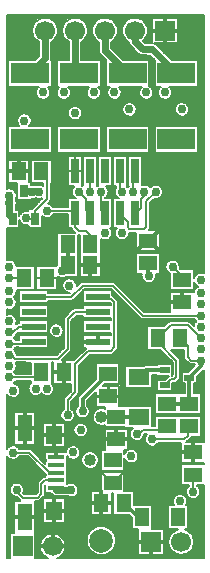
<source format=gbl>
G04 DipTrace 2.4.0.2*
%INIoDriverRevF2.gbl*%
%MOIN*%
%ADD13C,0.0061*%
%ADD14C,0.022*%
%ADD16C,0.013*%
%ADD17C,0.0157*%
%ADD18C,0.0079*%
%ADD20C,0.0087*%
%ADD21R,0.0512X0.0591*%
%ADD22R,0.0591X0.0512*%
%ADD24R,0.0709X0.0551*%
%ADD26R,0.0299X0.0807*%
%ADD27R,0.0669X0.0669*%
%ADD28C,0.0669*%
%ADD29R,0.0472X0.063*%
%ADD30C,0.0787*%
%ADD32R,0.0256X0.0413*%
%ADD34R,0.0335X0.0197*%
%ADD35R,0.126X0.0709*%
%ADD41R,0.0787X0.0236*%
%ADD44R,0.0531X0.0157*%
%ADD45R,0.0551X0.063*%
%ADD46R,0.0512X0.0906*%
%ADD48C,0.0295*%
%ADD50C,0.04*%
%FSLAX44Y44*%
G04*
G70*
G90*
G75*
G01*
%LNBottom*%
%LPD*%
X8312Y18312D2*
D14*
X8187Y18187D1*
Y18125D1*
Y20329D2*
X7437Y21079D1*
Y21750D1*
X8375Y16375D2*
D13*
Y17058D1*
X8437D1*
X9125Y16375D2*
X8812Y16062D1*
Y15187D1*
X8750Y15125D1*
X8250D1*
X8187Y15187D1*
Y15375D1*
X7937Y15625D1*
Y15660D1*
X8000Y16375D2*
X7937Y16437D1*
Y17058D1*
X8437Y15660D2*
X8625Y15847D1*
Y16125D1*
X8750Y16250D1*
Y16375D1*
X7187Y12875D2*
X7250Y12812D1*
X7625D1*
X7750Y12687D1*
Y11187D1*
X7625Y11062D1*
X6875D1*
X6437Y10625D1*
Y9687D1*
X6187Y9437D1*
Y8937D1*
X8759Y5572D2*
D16*
X8717Y5529D1*
X8678D1*
X8062Y6000D2*
X8532Y5529D1*
X8678D1*
X5812Y7011D2*
D13*
X5798Y6998D1*
X5595D1*
X4908Y7685D1*
X4374D1*
X4499Y6444D2*
Y6373D1*
X4687Y6185D1*
X5187D1*
X5312Y6310D1*
Y6647D1*
X5420Y6755D1*
X5812D1*
X6625Y18312D2*
D14*
X6562Y18250D1*
Y18125D1*
Y20329D2*
X6437Y20454D1*
Y21750D1*
X7187Y12375D2*
D13*
X6437D1*
X6187Y12125D1*
Y11125D1*
X5875Y10812D1*
X4437D1*
X4375Y10875D1*
Y10937D1*
X4250D1*
X7437Y15660D2*
X7312Y15785D1*
Y16375D1*
X5061Y11375D2*
X4999Y11312D1*
X4250D1*
X6937Y17058D2*
Y16375D1*
X10375Y6939D2*
Y6375D1*
X5310Y17062D2*
X5500Y16873D1*
Y16125D1*
X5108Y15733D1*
Y15485D1*
X4812Y15500D2*
X4826Y15485D1*
X5108D1*
X9423Y9925D2*
X9622Y10125D1*
X9750D1*
X9812Y10187D1*
Y10750D1*
X9188Y11374D1*
Y11499D1*
X9626Y11937D1*
X10187D1*
X10625Y11500D1*
X5250Y18250D2*
D14*
X5125Y18125D1*
X4937D1*
Y20329D2*
X5437Y20829D1*
Y21750D1*
X9500Y8560D2*
D13*
X9376Y8437D1*
X8687D1*
X8562Y8312D1*
X8500D1*
X5061Y11875D2*
X4562D1*
X4375Y11687D1*
X4250D1*
X6937Y15660D2*
X6812Y15785D1*
Y16124D1*
X6562Y16375D1*
X10250Y8560D2*
X10187Y8498D1*
Y8250D1*
X10062Y8125D1*
X9000D1*
X9875Y5562D2*
D16*
X9859Y5547D1*
Y5529D1*
X5312Y10375D2*
D13*
X5125Y10187D1*
X4250D1*
X7687Y7433D2*
D16*
D3*
X4750Y13500D2*
D13*
X4250D1*
X5812Y6500D2*
D17*
X5750D1*
X5812Y6437D1*
D14*
X6312D1*
X9500Y9308D2*
D16*
X10250D1*
Y9309D1*
Y10181D1*
X10625Y10556D1*
Y10750D1*
X7525Y10309D2*
X6687Y9471D1*
Y9062D1*
X8891Y13579D2*
X8875Y13595D1*
Y14000D1*
X6189Y13937D2*
Y14625D1*
Y13937D2*
X6001Y13750D1*
X4250Y16250D2*
D14*
Y16000D1*
X4360Y15485D2*
X4250Y15596D1*
Y16000D1*
X9936Y11499D2*
D13*
X10187Y11248D1*
Y10875D1*
X10312Y10750D1*
X10625D1*
X5061Y12875D2*
X6312D1*
X6687Y13250D1*
X7687D1*
X8687Y12250D1*
X10625D1*
X7437Y17187D2*
Y16875D1*
Y17058D2*
Y17187D1*
X5250Y16375D2*
D14*
X5233Y16391D1*
X4734D1*
X5000Y16375D2*
X4983Y16391D1*
X4734D1*
X7314Y8873D2*
D16*
X7315Y8874D1*
X7811D1*
X7812Y8875D1*
X8562D1*
Y10213D2*
X8786Y10437D1*
X9423D1*
X9875Y18250D2*
D14*
X9812Y18187D1*
Y18125D1*
Y20329D2*
X9017Y21125D1*
X8687D1*
X8437Y21375D1*
Y21750D1*
X9687Y13875D2*
D13*
X10000Y13562D1*
Y13437D1*
X6437Y15660D2*
Y15187D1*
X6562Y15062D1*
X6812D1*
X6937Y14937D1*
Y14625D1*
X6437Y15660D2*
X6347Y15750D1*
X5500D1*
D48*
X8312Y18312D3*
X10625Y13437D3*
X8250Y19125D3*
X8375Y16375D3*
X9125D3*
X8000D3*
X6250Y13250D3*
X4250Y13875D3*
X8750Y16375D3*
X6250Y13250D3*
X6187Y8937D3*
X8759Y5572D3*
X4374Y7685D3*
X4499Y6444D3*
X6625Y18312D3*
X10625Y12625D3*
X6437Y19000D3*
X4250Y10937D3*
X7312Y16375D3*
X4250Y10937D3*
Y11312D3*
X6937Y16375D3*
X4250Y11312D3*
X10375Y6375D3*
X4375Y9750D3*
X7437Y15000D3*
X8000D3*
X4812Y15500D3*
X10625Y11500D3*
X5250Y18250D3*
X10625Y11875D3*
X4750Y18750D3*
X8500Y8312D3*
X4250Y11687D3*
X6562Y16375D3*
X4250Y11687D3*
X9000Y8125D3*
X4250Y10562D3*
X9000Y8125D3*
X6375Y7687D3*
X9000Y8125D3*
X9875Y5562D3*
X4250Y10187D3*
D3*
X5125Y9812D3*
X4250Y12687D3*
X5500Y9812D3*
X4250Y13062D3*
D50*
X7687Y7433D3*
D48*
X4250Y13500D3*
Y12062D3*
X6312Y6437D3*
X9937Y6062D3*
X5812Y11750D3*
X6312Y6437D3*
X5812Y11750D3*
X10625Y10750D3*
D3*
X6687Y9062D3*
X8891Y13579D3*
X6001Y13750D3*
X10625Y12250D3*
X5250Y16375D3*
X5000D3*
D50*
X7314Y8873D3*
D48*
X9875Y18250D3*
X10625Y13000D3*
X10000Y19125D3*
X9687Y13875D3*
X8312Y7562D3*
X10625Y11125D3*
X5500Y15750D3*
X6625Y8437D3*
D50*
X6937Y7437D3*
D48*
X7437Y16875D3*
Y17187D3*
X4250Y16250D3*
Y16000D3*
X5375Y19687D3*
X6062D3*
X7062D3*
X7750D3*
X8812D3*
X9437D3*
X8312Y11250D3*
Y11562D3*
Y11875D3*
X8937Y7000D3*
X9375D3*
Y6562D3*
X8937D3*
X4161Y22221D2*
D13*
X10713D1*
X4161Y22161D2*
X5310D1*
X5565D2*
X6310D1*
X6565D2*
X7310D1*
X7565D2*
X8310D1*
X8565D2*
X9002D1*
X9873D2*
X10713D1*
X4161Y22101D2*
X5185D1*
X5690D2*
X6185D1*
X6690D2*
X7185D1*
X7689D2*
X8185D1*
X8689D2*
X9002D1*
X9873D2*
X10713D1*
X4161Y22041D2*
X5116D1*
X5758D2*
X6116D1*
X6759D2*
X7116D1*
X7759D2*
X8116D1*
X8759D2*
X9002D1*
X9873D2*
X10713D1*
X4161Y21981D2*
X5070D1*
X5805D2*
X6070D1*
X6805D2*
X7070D1*
X7805D2*
X8070D1*
X8805D2*
X9002D1*
X9873D2*
X10713D1*
X4161Y21921D2*
X5037D1*
X5836D2*
X6037D1*
X6836D2*
X7037D1*
X7836D2*
X8037D1*
X8836D2*
X9002D1*
X9873D2*
X10713D1*
X4161Y21861D2*
X5016D1*
X5858D2*
X6016D1*
X6857D2*
X7016D1*
X7857D2*
X8016D1*
X8857D2*
X9002D1*
X9873D2*
X10713D1*
X4161Y21800D2*
X5005D1*
X5869D2*
X6005D1*
X6869D2*
X7004D1*
X7869D2*
X8004D1*
X8869D2*
X9002D1*
X9873D2*
X10713D1*
X4161Y21740D2*
X5002D1*
X5872D2*
X6002D1*
X6872D2*
X7002D1*
X7872D2*
X8002D1*
X8872D2*
X9002D1*
X9873D2*
X10713D1*
X4161Y21680D2*
X5007D1*
X5866D2*
X6007D1*
X6867D2*
X7007D1*
X7867D2*
X8007D1*
X8867D2*
X9002D1*
X9873D2*
X10713D1*
X4161Y21620D2*
X5022D1*
X5853D2*
X6022D1*
X6853D2*
X7022D1*
X7853D2*
X8022D1*
X8853D2*
X9002D1*
X9873D2*
X10713D1*
X4161Y21560D2*
X5046D1*
X5828D2*
X6046D1*
X6828D2*
X7046D1*
X7828D2*
X8046D1*
X8829D2*
X9002D1*
X9873D2*
X10713D1*
X4161Y21500D2*
X5081D1*
X5792D2*
X6082D1*
X6792D2*
X7082D1*
X7792D2*
X8082D1*
X8792D2*
X9002D1*
X9873D2*
X10713D1*
X4161Y21440D2*
X5134D1*
X5740D2*
X6134D1*
X6740D2*
X7134D1*
X7740D2*
X8134D1*
X8740D2*
X9002D1*
X9873D2*
X10713D1*
X4161Y21380D2*
X5213D1*
X5661D2*
X6213D1*
X6661D2*
X7213D1*
X7661D2*
X8214D1*
X8728D2*
X9002D1*
X9873D2*
X10713D1*
X4161Y21320D2*
X5226D1*
X5647D2*
X6226D1*
X6648D2*
X7226D1*
X7648D2*
X8234D1*
X9085D2*
X10713D1*
X4161Y21260D2*
X5226D1*
X5647D2*
X6226D1*
X6648D2*
X7226D1*
X7648D2*
X8262D1*
X9177D2*
X10713D1*
X4161Y21199D2*
X5226D1*
X5647D2*
X6226D1*
X6648D2*
X7226D1*
X7648D2*
X8316D1*
X9237D2*
X10713D1*
X4161Y21139D2*
X5226D1*
X5647D2*
X6226D1*
X6648D2*
X7226D1*
X7672D2*
X8377D1*
X9298D2*
X10713D1*
X4161Y21079D2*
X5226D1*
X5647D2*
X6226D1*
X6648D2*
X7226D1*
X7733D2*
X8436D1*
X9357D2*
X10713D1*
X4161Y21019D2*
X5226D1*
X5647D2*
X6226D1*
X6648D2*
X7235D1*
X7793D2*
X8497D1*
X9418D2*
X10713D1*
X4161Y20959D2*
X5226D1*
X5647D2*
X6226D1*
X6648D2*
X7266D1*
X7853D2*
X8560D1*
X9478D2*
X10713D1*
X4161Y20899D2*
X5211D1*
X5647D2*
X6226D1*
X6648D2*
X7322D1*
X7913D2*
X8947D1*
X9538D2*
X10713D1*
X4161Y20839D2*
X5150D1*
X5647D2*
X6226D1*
X6648D2*
X7382D1*
X7974D2*
X9007D1*
X9598D2*
X10713D1*
X4161Y20779D2*
X5091D1*
X5642D2*
X6226D1*
X6648D2*
X7442D1*
X8033D2*
X9067D1*
X9658D2*
X10713D1*
X4161Y20719D2*
X4206D1*
X5668D2*
X5832D1*
X7292D2*
X7456D1*
X8918D2*
X9081D1*
X10543D2*
X10713D1*
X4161Y20658D2*
X4206D1*
X5668D2*
X5832D1*
X7292D2*
X7456D1*
X8918D2*
X9081D1*
X10543D2*
X10713D1*
X4161Y20598D2*
X4206D1*
X5668D2*
X5832D1*
X7292D2*
X7456D1*
X8918D2*
X9081D1*
X10543D2*
X10713D1*
X4161Y20538D2*
X4206D1*
X5668D2*
X5832D1*
X7292D2*
X7456D1*
X8918D2*
X9081D1*
X10543D2*
X10713D1*
X4161Y20478D2*
X4206D1*
X5668D2*
X5832D1*
X7292D2*
X7456D1*
X8918D2*
X9081D1*
X10543D2*
X10713D1*
X4161Y20418D2*
X4206D1*
X5668D2*
X5832D1*
X7292D2*
X7456D1*
X8918D2*
X9081D1*
X10543D2*
X10713D1*
X4161Y20358D2*
X4206D1*
X5668D2*
X5832D1*
X7292D2*
X7456D1*
X8918D2*
X9081D1*
X10543D2*
X10713D1*
X4161Y20298D2*
X4206D1*
X5668D2*
X5832D1*
X7292D2*
X7456D1*
X8918D2*
X9081D1*
X10543D2*
X10713D1*
X4161Y20238D2*
X4206D1*
X5668D2*
X5832D1*
X7292D2*
X7456D1*
X8918D2*
X9081D1*
X10543D2*
X10713D1*
X4161Y20178D2*
X4206D1*
X5668D2*
X5832D1*
X7292D2*
X7456D1*
X8918D2*
X9081D1*
X10543D2*
X10713D1*
X4161Y20118D2*
X4206D1*
X5668D2*
X5832D1*
X7292D2*
X7456D1*
X8918D2*
X9081D1*
X10543D2*
X10713D1*
X4161Y20057D2*
X4206D1*
X5668D2*
X5832D1*
X7292D2*
X7456D1*
X8918D2*
X9081D1*
X10543D2*
X10713D1*
X4161Y19997D2*
X4206D1*
X5668D2*
X5832D1*
X7292D2*
X7456D1*
X8918D2*
X9081D1*
X10543D2*
X10713D1*
X4161Y19937D2*
X4206D1*
X5668D2*
X5832D1*
X7292D2*
X7456D1*
X8918D2*
X9081D1*
X10543D2*
X10713D1*
X4161Y19877D2*
X5219D1*
X5530D2*
X5906D1*
X6218D2*
X6906D1*
X7218D2*
X7594D1*
X7905D2*
X8656D1*
X8968D2*
X9281D1*
X9593D2*
X10713D1*
X4161Y19817D2*
X5164D1*
X5585D2*
X5852D1*
X6272D2*
X6852D1*
X7272D2*
X7539D1*
X7960D2*
X8601D1*
X9022D2*
X9227D1*
X9647D2*
X10713D1*
X4161Y19757D2*
X5137D1*
X5613D2*
X5824D1*
X6300D2*
X6824D1*
X7300D2*
X7511D1*
X7987D2*
X8574D1*
X9050D2*
X9199D1*
X9675D2*
X10713D1*
X4161Y19697D2*
X5126D1*
X5622D2*
X5814D1*
X6310D2*
X6814D1*
X7310D2*
X7502D1*
X7998D2*
X8564D1*
X9060D2*
X9189D1*
X9685D2*
X10713D1*
X4161Y19637D2*
X5131D1*
X5618D2*
X5819D1*
X6305D2*
X6819D1*
X7305D2*
X7506D1*
X7993D2*
X8569D1*
X9055D2*
X9194D1*
X9680D2*
X10713D1*
X4161Y19577D2*
X5153D1*
X5596D2*
X5840D1*
X6284D2*
X6840D1*
X7284D2*
X7528D1*
X7971D2*
X8591D1*
X9034D2*
X9216D1*
X9659D2*
X10713D1*
X4161Y19516D2*
X5197D1*
X5552D2*
X5884D1*
X6240D2*
X6884D1*
X7240D2*
X7572D1*
X7927D2*
X8634D1*
X8990D2*
X9259D1*
X9615D2*
X10713D1*
X4161Y19456D2*
X5294D1*
X5454D2*
X5982D1*
X6142D2*
X6982D1*
X7142D2*
X7670D1*
X7830D2*
X8732D1*
X8892D2*
X9358D1*
X9517D2*
X10713D1*
X4161Y19396D2*
X10713D1*
X4161Y19336D2*
X8125D1*
X8373D2*
X9876D1*
X10123D2*
X10713D1*
X4161Y19276D2*
X8054D1*
X8445D2*
X9805D1*
X10194D2*
X10713D1*
X4161Y19216D2*
X6322D1*
X6551D2*
X8019D1*
X8480D2*
X9769D1*
X10230D2*
X10713D1*
X4161Y19156D2*
X6246D1*
X6628D2*
X8003D1*
X8496D2*
X9753D1*
X10246D2*
X10713D1*
X4161Y19096D2*
X6209D1*
X6666D2*
X8003D1*
X8496D2*
X9753D1*
X10246D2*
X10713D1*
X4161Y19036D2*
X6192D1*
X6683D2*
X8018D1*
X8481D2*
X9768D1*
X10231D2*
X10713D1*
X4161Y18976D2*
X4656D1*
X4842D2*
X6190D1*
X6684D2*
X8052D1*
X8447D2*
X9803D1*
X10196D2*
X10713D1*
X4161Y18915D2*
X4567D1*
X4931D2*
X6204D1*
X6670D2*
X8122D1*
X8378D2*
X9871D1*
X10128D2*
X10713D1*
X4161Y18855D2*
X4526D1*
X4974D2*
X6237D1*
X6638D2*
X10713D1*
X4161Y18795D2*
X4506D1*
X4994D2*
X6301D1*
X6573D2*
X10713D1*
X4161Y18735D2*
X4502D1*
X4998D2*
X10713D1*
X4161Y18675D2*
X4513D1*
X4986D2*
X10713D1*
X4161Y18615D2*
X4542D1*
X4956D2*
X10713D1*
X4161Y18555D2*
X4206D1*
X5668D2*
X5832D1*
X7292D2*
X7456D1*
X8918D2*
X9081D1*
X10543D2*
X10713D1*
X4161Y18495D2*
X4206D1*
X5668D2*
X5832D1*
X7292D2*
X7456D1*
X8918D2*
X9081D1*
X10543D2*
X10713D1*
X4161Y18435D2*
X4206D1*
X5668D2*
X5832D1*
X7292D2*
X7456D1*
X8918D2*
X9081D1*
X10543D2*
X10713D1*
X4161Y18374D2*
X4206D1*
X5668D2*
X5832D1*
X7292D2*
X7456D1*
X8918D2*
X9081D1*
X10543D2*
X10713D1*
X4161Y18314D2*
X4206D1*
X5668D2*
X5832D1*
X7292D2*
X7456D1*
X8918D2*
X9081D1*
X10543D2*
X10713D1*
X4161Y18254D2*
X4206D1*
X5668D2*
X5832D1*
X7292D2*
X7456D1*
X8918D2*
X9081D1*
X10543D2*
X10713D1*
X4161Y18194D2*
X4206D1*
X5668D2*
X5832D1*
X7292D2*
X7456D1*
X8918D2*
X9081D1*
X10543D2*
X10713D1*
X4161Y18134D2*
X4206D1*
X5668D2*
X5832D1*
X7292D2*
X7456D1*
X8918D2*
X9081D1*
X10543D2*
X10713D1*
X4161Y18074D2*
X4206D1*
X5668D2*
X5832D1*
X7292D2*
X7456D1*
X8918D2*
X9081D1*
X10543D2*
X10713D1*
X4161Y18014D2*
X4206D1*
X5668D2*
X5832D1*
X7292D2*
X7456D1*
X8918D2*
X9081D1*
X10543D2*
X10713D1*
X4161Y17954D2*
X4206D1*
X5668D2*
X5832D1*
X7292D2*
X7456D1*
X8918D2*
X9081D1*
X10543D2*
X10713D1*
X4161Y17894D2*
X4206D1*
X5668D2*
X5832D1*
X7292D2*
X7456D1*
X8918D2*
X9081D1*
X10543D2*
X10713D1*
X4161Y17834D2*
X4206D1*
X5668D2*
X5832D1*
X7292D2*
X7456D1*
X8918D2*
X9081D1*
X10543D2*
X10713D1*
X4161Y17773D2*
X4206D1*
X5668D2*
X5832D1*
X7292D2*
X7456D1*
X8918D2*
X9081D1*
X10543D2*
X10713D1*
X4161Y17713D2*
X4206D1*
X5668D2*
X5832D1*
X7292D2*
X7456D1*
X8918D2*
X9081D1*
X10543D2*
X10713D1*
X4161Y17653D2*
X10713D1*
X4161Y17593D2*
X10713D1*
X4161Y17533D2*
X6187D1*
X8688D2*
X10713D1*
X4161Y17473D2*
X6187D1*
X8688D2*
X10713D1*
X4161Y17413D2*
X4205D1*
X4918D2*
X4954D1*
X5667D2*
X6187D1*
X8688D2*
X10713D1*
X4161Y17353D2*
X4205D1*
X4918D2*
X4954D1*
X5667D2*
X6187D1*
X8688D2*
X10713D1*
X4161Y17293D2*
X4205D1*
X4918D2*
X4954D1*
X5667D2*
X6187D1*
X8688D2*
X10713D1*
X4161Y17232D2*
X4205D1*
X4918D2*
X4954D1*
X5667D2*
X6187D1*
X8688D2*
X10713D1*
X4161Y17172D2*
X4205D1*
X4918D2*
X4954D1*
X5667D2*
X6187D1*
X8688D2*
X10713D1*
X4161Y17112D2*
X4205D1*
X4918D2*
X4954D1*
X5667D2*
X6187D1*
X8688D2*
X10713D1*
X4161Y17052D2*
X4205D1*
X4918D2*
X4954D1*
X5667D2*
X6187D1*
X8688D2*
X10713D1*
X4161Y16992D2*
X4205D1*
X4918D2*
X4954D1*
X5667D2*
X6187D1*
X8688D2*
X10713D1*
X4161Y16932D2*
X4205D1*
X4918D2*
X4954D1*
X5667D2*
X6187D1*
X8688D2*
X10713D1*
X4161Y16872D2*
X4205D1*
X4918D2*
X4954D1*
X5667D2*
X6187D1*
X8688D2*
X10713D1*
X4161Y16812D2*
X4205D1*
X4918D2*
X4954D1*
X5667D2*
X6187D1*
X8688D2*
X10713D1*
X4161Y16752D2*
X4205D1*
X4918D2*
X4954D1*
X5667D2*
X6187D1*
X8688D2*
X10713D1*
X4161Y16692D2*
X4205D1*
X5667D2*
X6187D1*
X8688D2*
X10713D1*
X4161Y16631D2*
X4506D1*
X4963D2*
X5368D1*
X5631D2*
X6187D1*
X8688D2*
X10713D1*
X4161Y16571D2*
X4506D1*
X5631D2*
X6187D1*
X8897D2*
X8978D1*
X9272D2*
X10713D1*
X4161Y16511D2*
X4506D1*
X5631D2*
X6356D1*
X7518D2*
X7793D1*
X9330D2*
X10713D1*
X4389Y16451D2*
X4506D1*
X5631D2*
X6326D1*
X7547D2*
X7764D1*
X9360D2*
X10713D1*
X4452Y16391D2*
X4506D1*
X5631D2*
X6315D1*
X7560D2*
X7752D1*
X9372D2*
X10713D1*
X4483Y16331D2*
X4505D1*
X5631D2*
X6317D1*
X7556D2*
X7755D1*
X9369D2*
X10713D1*
X5631Y16271D2*
X6338D1*
X7537D2*
X7775D1*
X9350D2*
X10713D1*
X5631Y16211D2*
X6378D1*
X7497D2*
X7815D1*
X9308D2*
X10713D1*
X4477Y16151D2*
X4505D1*
X5097D2*
X5151D1*
X5631D2*
X6187D1*
X9223D2*
X10713D1*
X4480Y16090D2*
X4506D1*
X4963D2*
X5282D1*
X5626D2*
X6187D1*
X9023D2*
X10713D1*
X4496Y16030D2*
X5222D1*
X5589D2*
X6187D1*
X8964D2*
X10713D1*
X4496Y15970D2*
X5162D1*
X5605D2*
X6187D1*
X8944D2*
X10713D1*
X4480Y15910D2*
X5102D1*
X5687D2*
X6187D1*
X8944D2*
X10713D1*
X4460Y15850D2*
X5042D1*
X8944D2*
X10713D1*
X4460Y15790D2*
X4990D1*
X8944D2*
X10713D1*
X4589Y15730D2*
X4731D1*
X8944D2*
X10713D1*
X4589Y15670D2*
X4634D1*
X8944D2*
X10713D1*
X5703Y15610D2*
X6187D1*
X8944D2*
X10713D1*
X5336Y15550D2*
X5357D1*
X5643D2*
X6187D1*
X8944D2*
X10713D1*
X5336Y15489D2*
X6187D1*
X8944D2*
X10713D1*
X5336Y15429D2*
X6187D1*
X8944D2*
X10713D1*
X5336Y15369D2*
X6187D1*
X8944D2*
X10713D1*
X4589Y15309D2*
X4656D1*
X5336D2*
X6187D1*
X8944D2*
X10713D1*
X4589Y15249D2*
X4880D1*
X5336D2*
X6187D1*
X8944D2*
X10713D1*
X4589Y15189D2*
X4880D1*
X5336D2*
X6187D1*
X8944D2*
X10713D1*
X4161Y15129D2*
X6320D1*
X7648D2*
X7789D1*
X8929D2*
X10713D1*
X4161Y15069D2*
X6372D1*
X7675D2*
X7762D1*
X9270D2*
X10713D1*
X4161Y15009D2*
X5833D1*
X7685D2*
X7751D1*
X9270D2*
X10713D1*
X4161Y14948D2*
X5833D1*
X7680D2*
X7757D1*
X8242D2*
X8479D1*
X9270D2*
X10713D1*
X4161Y14888D2*
X5833D1*
X6546D2*
X6580D1*
X7658D2*
X7778D1*
X8221D2*
X8479D1*
X9270D2*
X10713D1*
X4161Y14828D2*
X5833D1*
X6546D2*
X6580D1*
X7615D2*
X7822D1*
X8177D2*
X8479D1*
X9270D2*
X10713D1*
X4161Y14768D2*
X5833D1*
X6546D2*
X6580D1*
X7293D2*
X7360D1*
X7515D2*
X7922D1*
X8077D2*
X8479D1*
X9270D2*
X10713D1*
X4161Y14708D2*
X5833D1*
X6546D2*
X6580D1*
X7293D2*
X8479D1*
X9270D2*
X10713D1*
X4161Y14648D2*
X5833D1*
X6546D2*
X6580D1*
X7293D2*
X8479D1*
X9270D2*
X10713D1*
X4161Y14588D2*
X5833D1*
X6546D2*
X6580D1*
X7293D2*
X8479D1*
X9270D2*
X10713D1*
X4161Y14528D2*
X5833D1*
X6546D2*
X6580D1*
X7293D2*
X8479D1*
X9270D2*
X10713D1*
X4161Y14468D2*
X5833D1*
X6546D2*
X6580D1*
X7293D2*
X8479D1*
X9270D2*
X10713D1*
X4161Y14408D2*
X5833D1*
X6546D2*
X6580D1*
X7293D2*
X8479D1*
X9270D2*
X10713D1*
X4161Y14347D2*
X5833D1*
X6546D2*
X6580D1*
X7293D2*
X8479D1*
X9270D2*
X10713D1*
X4161Y14287D2*
X5833D1*
X6546D2*
X6580D1*
X7293D2*
X8479D1*
X9270D2*
X10713D1*
X4161Y14227D2*
X5833D1*
X6546D2*
X6580D1*
X7293D2*
X8479D1*
X9270D2*
X10713D1*
X4161Y14167D2*
X5833D1*
X6546D2*
X6580D1*
X7293D2*
X8479D1*
X9270D2*
X10713D1*
X4323Y14107D2*
X5833D1*
X6546D2*
X6580D1*
X7293D2*
X8479D1*
X9270D2*
X9614D1*
X9760D2*
X10713D1*
X4426Y14047D2*
X5833D1*
X6546D2*
X6580D1*
X7293D2*
X8479D1*
X9270D2*
X9511D1*
X9863D2*
X10713D1*
X4470Y13987D2*
X5833D1*
X6546D2*
X6580D1*
X7293D2*
X8479D1*
X9270D2*
X9466D1*
X9907D2*
X10713D1*
X4492Y13927D2*
X5831D1*
X6546D2*
X6580D1*
X7293D2*
X8479D1*
X9270D2*
X9445D1*
X9929D2*
X10713D1*
X5106Y13867D2*
X5141D1*
X6546D2*
X6580D1*
X7293D2*
X8479D1*
X9270D2*
X9439D1*
X9935D2*
X10713D1*
X5106Y13806D2*
X5141D1*
X6546D2*
X6580D1*
X7293D2*
X8479D1*
X9270D2*
X9449D1*
X9938D2*
X10713D1*
X5106Y13746D2*
X5141D1*
X6546D2*
X6580D1*
X7293D2*
X8479D1*
X9270D2*
X9476D1*
X10396D2*
X10713D1*
X5106Y13686D2*
X5141D1*
X6546D2*
X6580D1*
X7293D2*
X8479D1*
X9270D2*
X9528D1*
X10396D2*
X10713D1*
X5106Y13626D2*
X5141D1*
X6546D2*
X6580D1*
X7293D2*
X8647D1*
X9135D2*
X9603D1*
X10396D2*
X10467D1*
X5106Y13566D2*
X5141D1*
X6546D2*
X6580D1*
X7293D2*
X8644D1*
X9139D2*
X9603D1*
X5106Y13506D2*
X5141D1*
X5854D2*
X8654D1*
X9128D2*
X9603D1*
X5106Y13446D2*
X5141D1*
X5854D2*
X6101D1*
X6397D2*
X8683D1*
X9100D2*
X9603D1*
X5106Y13386D2*
X5141D1*
X5854D2*
X6043D1*
X6455D2*
X8739D1*
X9044D2*
X9603D1*
X5106Y13326D2*
X5141D1*
X5854D2*
X6013D1*
X6485D2*
X6580D1*
X7794D2*
X9603D1*
X5106Y13266D2*
X5141D1*
X5854D2*
X6002D1*
X6498D2*
X6519D1*
X7855D2*
X9603D1*
X10396D2*
X10448D1*
X5106Y13205D2*
X5141D1*
X5854D2*
X6005D1*
X7914D2*
X9603D1*
X10396D2*
X10491D1*
X5106Y13145D2*
X5141D1*
X5854D2*
X6025D1*
X7975D2*
X9603D1*
X10396D2*
X10424D1*
X4497Y13085D2*
X4567D1*
X5555D2*
X6066D1*
X8034D2*
X10392D1*
X4495Y13025D2*
X4567D1*
X5555D2*
X6152D1*
X6645D2*
X6693D1*
X7681D2*
X7728D1*
X8094D2*
X9603D1*
X4478Y12965D2*
X4567D1*
X6586D2*
X6693D1*
X7681D2*
X7789D1*
X8155D2*
X9603D1*
X4440Y12905D2*
X4567D1*
X6525D2*
X6693D1*
X7714D2*
X7848D1*
X8214D2*
X9603D1*
X4439Y12845D2*
X4567D1*
X6465D2*
X6693D1*
X7775D2*
X7908D1*
X8275D2*
X9603D1*
X4478Y12785D2*
X4567D1*
X6405D2*
X6693D1*
X7835D2*
X7969D1*
X8335D2*
X9603D1*
X4495Y12725D2*
X4567D1*
X5555D2*
X6693D1*
X7875D2*
X8028D1*
X8395D2*
X9603D1*
X4497Y12665D2*
X4567D1*
X5555D2*
X6693D1*
X7880D2*
X8089D1*
X8455D2*
X9603D1*
X4483Y12604D2*
X7619D1*
X7880D2*
X8149D1*
X8516D2*
X9603D1*
X4452Y12544D2*
X4567D1*
X5555D2*
X6693D1*
X7880D2*
X8209D1*
X8575D2*
X9603D1*
X4387Y12484D2*
X4567D1*
X5555D2*
X6370D1*
X7880D2*
X8269D1*
X8636D2*
X9603D1*
X4161Y12424D2*
X4567D1*
X5555D2*
X6303D1*
X7880D2*
X8330D1*
X8695D2*
X9603D1*
X4161Y12364D2*
X4567D1*
X5555D2*
X6243D1*
X7880D2*
X8389D1*
X4161Y12304D2*
X4233D1*
X4267D2*
X4567D1*
X5555D2*
X6183D1*
X7880D2*
X8450D1*
X4415Y12244D2*
X4567D1*
X5555D2*
X6124D1*
X6489D2*
X6693D1*
X7880D2*
X8509D1*
X4465Y12184D2*
X4567D1*
X5555D2*
X6071D1*
X6429D2*
X6693D1*
X7880D2*
X8570D1*
X4490Y12124D2*
X6055D1*
X6369D2*
X7619D1*
X7880D2*
X10411D1*
X4498Y12063D2*
X4567D1*
X5555D2*
X6055D1*
X6318D2*
X6693D1*
X7880D2*
X10463D1*
X4491Y12003D2*
X4567D1*
X5555D2*
X6055D1*
X6318D2*
X6693D1*
X7880D2*
X9510D1*
X10304D2*
X10413D1*
X5555Y11943D2*
X5661D1*
X5963D2*
X6055D1*
X6318D2*
X6693D1*
X7880D2*
X9450D1*
X10364D2*
X10386D1*
X5555Y11883D2*
X5604D1*
X6020D2*
X6055D1*
X6318D2*
X6693D1*
X7880D2*
X8832D1*
X5555Y11823D2*
X5575D1*
X6318D2*
X6693D1*
X7880D2*
X8832D1*
X6318Y11763D2*
X6693D1*
X7880D2*
X8832D1*
X6318Y11703D2*
X6693D1*
X7880D2*
X8832D1*
X4513Y11643D2*
X5589D1*
X6035D2*
X6056D1*
X6318D2*
X7619D1*
X7880D2*
X8832D1*
X4474Y11583D2*
X4567D1*
X5555D2*
X5630D1*
X5994D2*
X6055D1*
X6318D2*
X6693D1*
X7880D2*
X8832D1*
X4433Y11523D2*
X4567D1*
X5555D2*
X5722D1*
X5903D2*
X6055D1*
X6318D2*
X6693D1*
X7880D2*
X8832D1*
X4445Y11462D2*
X4567D1*
X5555D2*
X6055D1*
X6318D2*
X6693D1*
X7880D2*
X8832D1*
X5555Y11402D2*
X6055D1*
X6318D2*
X6693D1*
X7880D2*
X8832D1*
X5555Y11342D2*
X6055D1*
X6318D2*
X6693D1*
X7880D2*
X8832D1*
X5555Y11282D2*
X6055D1*
X6318D2*
X6693D1*
X7880D2*
X8832D1*
X5555Y11222D2*
X6055D1*
X6318D2*
X6693D1*
X7880D2*
X8832D1*
X4446Y11162D2*
X6041D1*
X6318D2*
X6793D1*
X7879D2*
X8832D1*
X4433Y11102D2*
X5982D1*
X6316D2*
X6731D1*
X7847D2*
X9277D1*
X9643D2*
X10056D1*
X4474Y11042D2*
X5921D1*
X6286D2*
X6671D1*
X7787D2*
X9336D1*
X9703D2*
X10056D1*
X4498Y10982D2*
X5861D1*
X6227D2*
X6611D1*
X7727D2*
X9397D1*
X9763D2*
X10056D1*
X6167Y10921D2*
X6551D1*
X6917D2*
X9457D1*
X9823D2*
X10056D1*
X6107Y10861D2*
X6491D1*
X6857D2*
X9517D1*
X9883D2*
X10056D1*
X6047Y10801D2*
X6431D1*
X6797D2*
X9577D1*
X9932D2*
X10079D1*
X6737Y10741D2*
X9637D1*
X9944D2*
X10137D1*
X4466Y10681D2*
X4956D1*
X5668D2*
X5703D1*
X6677D2*
X9681D1*
X9944D2*
X10197D1*
X4490Y10621D2*
X4956D1*
X5668D2*
X5703D1*
X6617D2*
X7128D1*
X7921D2*
X9155D1*
X9944D2*
X10413D1*
X4498Y10561D2*
X4956D1*
X5668D2*
X5703D1*
X6569D2*
X7128D1*
X7921D2*
X8107D1*
X9944D2*
X10398D1*
X4490Y10501D2*
X4956D1*
X5668D2*
X5703D1*
X6569D2*
X7128D1*
X7921D2*
X8107D1*
X9944D2*
X10337D1*
X4465Y10441D2*
X4956D1*
X5668D2*
X5703D1*
X6569D2*
X7128D1*
X7921D2*
X8107D1*
X9944D2*
X10278D1*
X4416Y10381D2*
X4956D1*
X5668D2*
X5703D1*
X6569D2*
X7128D1*
X7921D2*
X8107D1*
X9944D2*
X10217D1*
X10681D2*
X10713D1*
X4457Y10320D2*
X4956D1*
X5668D2*
X5703D1*
X6569D2*
X7128D1*
X7921D2*
X8107D1*
X9944D2*
X9981D1*
X10620D2*
X10713D1*
X5668Y10260D2*
X5703D1*
X6569D2*
X7128D1*
X7921D2*
X8107D1*
X9017D2*
X9155D1*
X9944D2*
X9981D1*
X10561D2*
X10713D1*
X5668Y10200D2*
X5703D1*
X6569D2*
X7128D1*
X7921D2*
X8107D1*
X9017D2*
X9515D1*
X9944D2*
X9981D1*
X10518D2*
X10713D1*
X5668Y10140D2*
X5703D1*
X6569D2*
X7124D1*
X7921D2*
X8107D1*
X9017D2*
X9454D1*
X9934D2*
X9981D1*
X10518D2*
X10713D1*
X5668Y10080D2*
X5703D1*
X6569D2*
X7064D1*
X7921D2*
X8107D1*
X9017D2*
X9155D1*
X9888D2*
X9981D1*
X10518D2*
X10713D1*
X4431Y10020D2*
X4956D1*
X5668D2*
X5703D1*
X6569D2*
X7004D1*
X7921D2*
X8107D1*
X9017D2*
X9155D1*
X9825D2*
X9981D1*
X10518D2*
X10713D1*
X4501Y9960D2*
X4927D1*
X5697D2*
X6306D1*
X6569D2*
X6944D1*
X7921D2*
X8107D1*
X9017D2*
X9155D1*
X9690D2*
X10084D1*
X10415D2*
X10713D1*
X4571Y9900D2*
X4892D1*
X5731D2*
X6306D1*
X6569D2*
X6885D1*
X7921D2*
X8107D1*
X9017D2*
X9155D1*
X9690D2*
X10084D1*
X10415D2*
X10713D1*
X4605Y9840D2*
X4878D1*
X5746D2*
X6306D1*
X6569D2*
X6824D1*
X7921D2*
X9155D1*
X9690D2*
X10084D1*
X10415D2*
X10713D1*
X4621Y9779D2*
X4879D1*
X5745D2*
X6306D1*
X6569D2*
X6764D1*
X7921D2*
X9155D1*
X9690D2*
X10084D1*
X10415D2*
X10713D1*
X4621Y9719D2*
X4895D1*
X5729D2*
X6287D1*
X6569D2*
X6704D1*
X7921D2*
X10084D1*
X10415D2*
X10713D1*
X4605Y9659D2*
X4931D1*
X5693D2*
X6226D1*
X6565D2*
X6644D1*
X7107D2*
X7128D1*
X7921D2*
X10084D1*
X10415D2*
X10713D1*
X4571Y9599D2*
X5003D1*
X5246D2*
X5378D1*
X5620D2*
X6166D1*
X6532D2*
X6583D1*
X7047D2*
X7128D1*
X7921D2*
X9104D1*
X10646D2*
X10713D1*
X4161Y9539D2*
X4248D1*
X4501D2*
X6106D1*
X6473D2*
X6537D1*
X6987D2*
X7128D1*
X7921D2*
X9104D1*
X10646D2*
X10713D1*
X4161Y9479D2*
X6063D1*
X6412D2*
X6522D1*
X6927D2*
X7128D1*
X7921D2*
X9104D1*
X10646D2*
X10713D1*
X4161Y9419D2*
X6055D1*
X6352D2*
X6522D1*
X6866D2*
X7128D1*
X7921D2*
X9104D1*
X10646D2*
X10713D1*
X4161Y9359D2*
X6055D1*
X6318D2*
X6522D1*
X6853D2*
X7128D1*
X7921D2*
X9104D1*
X10646D2*
X10713D1*
X4161Y9299D2*
X6055D1*
X6318D2*
X6522D1*
X6853D2*
X7128D1*
X7921D2*
X9104D1*
X10646D2*
X10713D1*
X4161Y9239D2*
X6055D1*
X6318D2*
X6515D1*
X6858D2*
X7128D1*
X7921D2*
X8107D1*
X9017D2*
X9104D1*
X10646D2*
X10713D1*
X4161Y9178D2*
X6055D1*
X6318D2*
X6469D1*
X6905D2*
X7415D1*
X9017D2*
X9104D1*
X10646D2*
X10713D1*
X4161Y9118D2*
X6021D1*
X6354D2*
X6445D1*
X6928D2*
X7146D1*
X9017D2*
X9104D1*
X10646D2*
X10713D1*
X4161Y9058D2*
X5971D1*
X6403D2*
X6439D1*
X6935D2*
X7079D1*
X9017D2*
X9104D1*
X10646D2*
X10713D1*
X4161Y8998D2*
X4402D1*
X5116D2*
X5947D1*
X6428D2*
X6447D1*
X6927D2*
X7042D1*
X9017D2*
X9104D1*
X10646D2*
X10713D1*
X4161Y8938D2*
X4402D1*
X5116D2*
X5938D1*
X6435D2*
X6473D1*
X6901D2*
X7021D1*
X9017D2*
X10713D1*
X4161Y8878D2*
X4402D1*
X5116D2*
X5946D1*
X6428D2*
X6524D1*
X6851D2*
X7013D1*
X9017D2*
X9104D1*
X10646D2*
X10713D1*
X4161Y8818D2*
X4402D1*
X5116D2*
X5970D1*
X6404D2*
X7019D1*
X9017D2*
X9104D1*
X10646D2*
X10713D1*
X4161Y8758D2*
X4402D1*
X5116D2*
X6018D1*
X6356D2*
X7037D1*
X9017D2*
X9104D1*
X10646D2*
X10713D1*
X4161Y8698D2*
X4402D1*
X5116D2*
X6145D1*
X6229D2*
X7072D1*
X9017D2*
X9104D1*
X10646D2*
X10713D1*
X4161Y8637D2*
X4402D1*
X5116D2*
X5347D1*
X6099D2*
X6482D1*
X6766D2*
X7131D1*
X9017D2*
X9104D1*
X10646D2*
X10713D1*
X4161Y8577D2*
X4402D1*
X5116D2*
X5347D1*
X6099D2*
X6421D1*
X6828D2*
X7415D1*
X9017D2*
X9104D1*
X10646D2*
X10713D1*
X4161Y8517D2*
X4402D1*
X5116D2*
X5347D1*
X6099D2*
X6390D1*
X6859D2*
X8107D1*
X10646D2*
X10713D1*
X4161Y8457D2*
X4402D1*
X5116D2*
X5347D1*
X6099D2*
X6377D1*
X6872D2*
X7415D1*
X8207D2*
X8300D1*
X10646D2*
X10713D1*
X4161Y8397D2*
X4402D1*
X5116D2*
X5347D1*
X6099D2*
X6380D1*
X6869D2*
X7415D1*
X8207D2*
X8266D1*
X10646D2*
X10713D1*
X4161Y8337D2*
X4402D1*
X5116D2*
X5347D1*
X6099D2*
X6398D1*
X6851D2*
X7415D1*
X8207D2*
X8253D1*
X10646D2*
X10713D1*
X4161Y8277D2*
X4402D1*
X5116D2*
X5347D1*
X6099D2*
X6436D1*
X6812D2*
X7415D1*
X8207D2*
X8254D1*
X8745D2*
X8805D1*
X10646D2*
X10713D1*
X4161Y8217D2*
X4402D1*
X5116D2*
X5347D1*
X6099D2*
X6518D1*
X6731D2*
X7415D1*
X8207D2*
X8271D1*
X8728D2*
X8769D1*
X10646D2*
X10713D1*
X4161Y8157D2*
X4402D1*
X5116D2*
X5347D1*
X6099D2*
X7415D1*
X8207D2*
X8308D1*
X8691D2*
X8753D1*
X10278D2*
X10713D1*
X4161Y8097D2*
X4402D1*
X5116D2*
X5347D1*
X6099D2*
X7415D1*
X8207D2*
X8384D1*
X8616D2*
X8753D1*
X10217D2*
X10713D1*
X4161Y8036D2*
X4402D1*
X5116D2*
X5347D1*
X6099D2*
X7415D1*
X8207D2*
X8768D1*
X4161Y7976D2*
X4402D1*
X5116D2*
X5347D1*
X6099D2*
X7415D1*
X8207D2*
X8802D1*
X9197D2*
X9978D1*
X4161Y7916D2*
X4295D1*
X4453D2*
X5347D1*
X6099D2*
X6291D1*
X6458D2*
X7415D1*
X8207D2*
X8870D1*
X9129D2*
X9978D1*
X4161Y7856D2*
X4197D1*
X4552D2*
X6196D1*
X6554D2*
X7415D1*
X8207D2*
X9978D1*
X4972Y7796D2*
X6152D1*
X6596D2*
X7415D1*
X8207D2*
X8243D1*
X8380D2*
X9978D1*
X5040Y7736D2*
X6131D1*
X6618D2*
X7291D1*
X8083D2*
X8138D1*
X8487D2*
X9978D1*
X5100Y7676D2*
X5446D1*
X6622D2*
X6759D1*
X7116D2*
X7291D1*
X8532D2*
X9978D1*
X5161Y7616D2*
X5446D1*
X6612D2*
X6696D1*
X7177D2*
X7291D1*
X8554D2*
X9978D1*
X4585Y7556D2*
X4854D1*
X5220D2*
X5446D1*
X6584D2*
X6661D1*
X7213D2*
X7291D1*
X8560D2*
X9978D1*
X4161Y7495D2*
X4218D1*
X4530D2*
X4914D1*
X5281D2*
X5446D1*
X6178D2*
X6220D1*
X6528D2*
X6643D1*
X7232D2*
X7291D1*
X8551D2*
X9978D1*
X4161Y7435D2*
X4975D1*
X5341D2*
X5446D1*
X6178D2*
X6636D1*
X7237D2*
X7291D1*
X8524D2*
X9978D1*
X4161Y7375D2*
X5034D1*
X5401D2*
X5446D1*
X6178D2*
X6643D1*
X7231D2*
X7291D1*
X8083D2*
X8152D1*
X8473D2*
X9978D1*
X4161Y7315D2*
X5095D1*
X6178D2*
X6663D1*
X7212D2*
X7291D1*
X8083D2*
X10713D1*
X4161Y7255D2*
X5155D1*
X6178D2*
X6699D1*
X7175D2*
X7291D1*
X8083D2*
X9978D1*
X4161Y7195D2*
X5215D1*
X6178D2*
X6764D1*
X7111D2*
X7291D1*
X8083D2*
X9978D1*
X4161Y7135D2*
X5275D1*
X6178D2*
X7291D1*
X8083D2*
X9978D1*
X4161Y7075D2*
X5335D1*
X6178D2*
X9978D1*
X4161Y7015D2*
X5395D1*
X6178D2*
X7291D1*
X8083D2*
X9978D1*
X4161Y6955D2*
X5446D1*
X6178D2*
X7291D1*
X8083D2*
X9978D1*
X4161Y6894D2*
X5446D1*
X6178D2*
X7291D1*
X8083D2*
X9978D1*
X4161Y6834D2*
X5316D1*
X6178D2*
X7291D1*
X8083D2*
X9978D1*
X4161Y6774D2*
X5256D1*
X6178D2*
X7291D1*
X8083D2*
X9978D1*
X4161Y6714D2*
X5200D1*
X6178D2*
X7291D1*
X8083D2*
X9978D1*
X4161Y6654D2*
X4372D1*
X4626D2*
X5181D1*
X6178D2*
X6198D1*
X6426D2*
X7291D1*
X8083D2*
X9978D1*
X4161Y6594D2*
X4303D1*
X4695D2*
X5180D1*
X6502D2*
X7291D1*
X8083D2*
X9978D1*
X4161Y6534D2*
X4269D1*
X4730D2*
X5180D1*
X6540D2*
X7291D1*
X8083D2*
X10186D1*
X10563D2*
X10713D1*
X4161Y6474D2*
X4253D1*
X4745D2*
X5180D1*
X6557D2*
X7291D1*
X8083D2*
X10147D1*
X10601D2*
X10713D1*
X4161Y6414D2*
X4253D1*
X4745D2*
X5180D1*
X6559D2*
X7291D1*
X8083D2*
X10129D1*
X10619D2*
X10713D1*
X4161Y6353D2*
X4269D1*
X4730D2*
X5173D1*
X6546D2*
X6957D1*
X8419D2*
X10127D1*
X10622D2*
X10713D1*
X4161Y6293D2*
X4304D1*
X5442D2*
X5660D1*
X6513D2*
X6957D1*
X7670D2*
X7705D1*
X8419D2*
X9859D1*
X10015D2*
X10141D1*
X10609D2*
X10713D1*
X4161Y6233D2*
X4374D1*
X5417D2*
X5786D1*
X6449D2*
X6957D1*
X7670D2*
X7705D1*
X8419D2*
X9760D1*
X10115D2*
X10171D1*
X10577D2*
X10713D1*
X4161Y6173D2*
X4515D1*
X5358D2*
X6957D1*
X7670D2*
X7705D1*
X8419D2*
X9715D1*
X10159D2*
X10234D1*
X10515D2*
X10713D1*
X4161Y6113D2*
X4576D1*
X5298D2*
X5347D1*
X6099D2*
X6957D1*
X7670D2*
X7705D1*
X8419D2*
X9694D1*
X10180D2*
X10713D1*
X4161Y6053D2*
X4402D1*
X5116D2*
X5347D1*
X6099D2*
X6957D1*
X7670D2*
X7705D1*
X8419D2*
X9689D1*
X10186D2*
X10713D1*
X4161Y5993D2*
X4402D1*
X5116D2*
X5347D1*
X6099D2*
X6957D1*
X7670D2*
X7705D1*
X8419D2*
X9699D1*
X10175D2*
X10713D1*
X4161Y5933D2*
X4402D1*
X5116D2*
X5347D1*
X6099D2*
X6957D1*
X7670D2*
X7705D1*
X9015D2*
X9523D1*
X10196D2*
X10713D1*
X4161Y5873D2*
X4402D1*
X5116D2*
X5347D1*
X6099D2*
X6957D1*
X7670D2*
X7705D1*
X9015D2*
X9523D1*
X10196D2*
X10713D1*
X4161Y5813D2*
X4402D1*
X5116D2*
X5347D1*
X6099D2*
X6957D1*
X7670D2*
X7705D1*
X9015D2*
X9523D1*
X10196D2*
X10713D1*
X4161Y5752D2*
X4402D1*
X5116D2*
X5347D1*
X6099D2*
X6957D1*
X7670D2*
X7705D1*
X9015D2*
X9523D1*
X10196D2*
X10713D1*
X4161Y5692D2*
X4402D1*
X5116D2*
X5347D1*
X6099D2*
X6957D1*
X7670D2*
X7705D1*
X9015D2*
X9523D1*
X10196D2*
X10713D1*
X4161Y5632D2*
X4402D1*
X5116D2*
X5347D1*
X6099D2*
X6957D1*
X7670D2*
X7705D1*
X9015D2*
X9523D1*
X10196D2*
X10713D1*
X4161Y5572D2*
X4402D1*
X5116D2*
X5347D1*
X6099D2*
X8258D1*
X9015D2*
X9523D1*
X10196D2*
X10713D1*
X4161Y5512D2*
X4402D1*
X5116D2*
X5347D1*
X6099D2*
X8318D1*
X9015D2*
X9523D1*
X10196D2*
X10713D1*
X4161Y5452D2*
X4402D1*
X5116D2*
X5347D1*
X6099D2*
X8341D1*
X9015D2*
X9523D1*
X10196D2*
X10713D1*
X4161Y5392D2*
X4402D1*
X5116D2*
X5347D1*
X6099D2*
X8341D1*
X9015D2*
X9523D1*
X10196D2*
X10713D1*
X4161Y5332D2*
X4402D1*
X5116D2*
X8341D1*
X9015D2*
X9523D1*
X10196D2*
X10713D1*
X4161Y5272D2*
X4402D1*
X5116D2*
X8341D1*
X9015D2*
X9523D1*
X10196D2*
X10713D1*
X4161Y5211D2*
X4402D1*
X5116D2*
X7148D1*
X7475D2*
X8341D1*
X9015D2*
X9523D1*
X10196D2*
X10713D1*
X4161Y5151D2*
X4402D1*
X5116D2*
X7028D1*
X7595D2*
X8341D1*
X9015D2*
X9523D1*
X10196D2*
X10713D1*
X4161Y5091D2*
X4402D1*
X5116D2*
X6957D1*
X7666D2*
X8542D1*
X9413D2*
X9782D1*
X10173D2*
X10713D1*
X4161Y5031D2*
X4402D1*
X5116D2*
X6908D1*
X7717D2*
X8542D1*
X9413D2*
X9691D1*
X10263D2*
X10713D1*
X4161Y4971D2*
X4252D1*
X5122D2*
X5552D1*
X5823D2*
X6871D1*
X7753D2*
X8542D1*
X9413D2*
X9634D1*
X10321D2*
X10713D1*
X4161Y4911D2*
X4252D1*
X5122D2*
X5431D1*
X5943D2*
X6845D1*
X7779D2*
X8542D1*
X9413D2*
X9595D1*
X10360D2*
X10713D1*
X4161Y4851D2*
X4252D1*
X5122D2*
X5364D1*
X6010D2*
X6828D1*
X7796D2*
X8542D1*
X9413D2*
X9568D1*
X10387D2*
X10713D1*
X4161Y4791D2*
X4252D1*
X5122D2*
X5317D1*
X6056D2*
X6819D1*
X7805D2*
X8542D1*
X9413D2*
X9550D1*
X10404D2*
X10713D1*
X4161Y4731D2*
X4252D1*
X5122D2*
X5287D1*
X6088D2*
X6818D1*
X7806D2*
X8542D1*
X9413D2*
X9543D1*
X10412D2*
X10713D1*
X4161Y4671D2*
X4252D1*
X5122D2*
X5266D1*
X6108D2*
X6824D1*
X7800D2*
X8542D1*
X9413D2*
X9544D1*
X10411D2*
X10713D1*
X4161Y4610D2*
X4252D1*
X5122D2*
X5254D1*
X6120D2*
X6838D1*
X7786D2*
X8542D1*
X9413D2*
X9553D1*
X10401D2*
X10713D1*
X4161Y4550D2*
X4252D1*
X5122D2*
X5252D1*
X6122D2*
X6861D1*
X7763D2*
X8542D1*
X9413D2*
X9572D1*
X10383D2*
X10713D1*
X4161Y4490D2*
X4252D1*
X5122D2*
X5258D1*
X6117D2*
X6892D1*
X7732D2*
X8542D1*
X9413D2*
X9600D1*
X10354D2*
X10713D1*
X4161Y4430D2*
X4252D1*
X5122D2*
X5272D1*
X6101D2*
X6936D1*
X7688D2*
X8542D1*
X9413D2*
X9643D1*
X10312D2*
X10713D1*
X4161Y4370D2*
X4252D1*
X5122D2*
X5297D1*
X6077D2*
X6999D1*
X7625D2*
X8542D1*
X9413D2*
X9705D1*
X10250D2*
X10713D1*
X4161Y4310D2*
X4252D1*
X5122D2*
X5334D1*
X6041D2*
X7094D1*
X7530D2*
X8542D1*
X9413D2*
X9807D1*
X10148D2*
X10713D1*
X4161Y4250D2*
X4252D1*
X5122D2*
X5387D1*
X5987D2*
X10713D1*
X4161Y4190D2*
X4252D1*
X5122D2*
X5467D1*
X5906D2*
X10713D1*
X7287Y14327D2*
Y13547D1*
X6587D1*
Y14936D1*
X6549Y14937D1*
X6539Y14922D1*
Y14235D1*
Y14173D1*
Y13547D1*
X6134D1*
X6102Y13529D1*
X6074Y13518D1*
X6044Y13511D1*
X6013Y13508D1*
X5983D1*
X5952Y13512D1*
X5923Y13520D1*
X5894Y13532D1*
X5869Y13547D1*
X5847D1*
X5848Y13521D1*
Y13110D1*
X5147D1*
Y13889D1*
X5804D1*
X5831Y13921D1*
X5839Y13928D1*
Y14327D1*
X5838Y14388D1*
Y15014D1*
X6433D1*
X6348Y15098D1*
X6330Y15123D1*
X6313Y15162D1*
X6193D1*
Y15623D1*
X5918Y15624D1*
X5707D1*
X5675Y15583D1*
X5652Y15562D1*
X5627Y15544D1*
X5600Y15529D1*
X5572Y15518D1*
X5542Y15511D1*
X5511Y15508D1*
X5481D1*
X5450Y15512D1*
X5421Y15520D1*
X5392Y15532D1*
X5366Y15548D1*
X5331Y15576D1*
Y15184D1*
X4886D1*
X4884Y15268D1*
X4854Y15261D1*
X4824Y15258D1*
X4793D1*
X4763Y15262D1*
X4733Y15270D1*
X4705Y15282D1*
X4678Y15298D1*
X4654Y15316D1*
X4632Y15337D1*
X4613Y15362D1*
X4597Y15388D1*
X4583Y15422D1*
Y15184D1*
X4156D1*
X4155Y14389D1*
Y14098D1*
X4184Y14108D1*
X4214Y14114D1*
X4244Y14117D1*
X4275Y14115D1*
X4305Y14110D1*
X4335Y14101D1*
X4363Y14089D1*
X4389Y14073D1*
X4413Y14054D1*
X4434Y14031D1*
X4452Y14007D1*
X4467Y13980D1*
X4479Y13952D1*
X4487Y13922D1*
X4491Y13889D1*
X5100D1*
Y13110D1*
X4487D1*
X4492Y13062D1*
X4490Y13031D1*
X4484Y13001D1*
X4474Y12972D1*
X4461Y12944D1*
X4445Y12919D1*
X4425Y12895D1*
X4403Y12875D1*
X4434Y12844D1*
X4452Y12819D1*
X4467Y12793D1*
X4479Y12764D1*
X4487Y12735D1*
X4492Y12687D1*
X4490Y12656D1*
X4484Y12626D1*
X4474Y12597D1*
X4461Y12569D1*
X4445Y12544D1*
X4425Y12520D1*
X4402Y12499D1*
X4377Y12481D1*
X4350Y12467D1*
X4322Y12456D1*
X4292Y12449D1*
X4261Y12445D1*
X4231Y12446D1*
X4200Y12450D1*
X4156Y12464D1*
X4155Y12285D1*
X4184Y12295D1*
X4214Y12302D1*
X4244Y12304D1*
X4275Y12303D1*
X4305Y12298D1*
X4335Y12289D1*
X4363Y12276D1*
X4389Y12260D1*
X4413Y12241D1*
X4434Y12219D1*
X4452Y12194D1*
X4467Y12168D1*
X4479Y12139D1*
X4487Y12110D1*
X4492Y12062D1*
X4490Y12031D1*
X4484Y12001D1*
X4467Y11957D1*
X4498Y11982D1*
X4526Y11994D1*
X4562Y12000D1*
X4573D1*
Y12087D1*
X5549D1*
Y11662D1*
X4573D1*
Y11709D1*
X4482Y11617D1*
X4461Y11569D1*
X4445Y11544D1*
X4425Y11520D1*
X4403Y11500D1*
X4434Y11469D1*
X4457Y11437D1*
X4573D1*
Y11587D1*
X5549D1*
Y11162D1*
X4573D1*
Y11188D1*
X4507Y11187D1*
X4456D1*
X4445Y11169D1*
X4425Y11145D1*
X4403Y11125D1*
X4434Y11094D1*
X4452Y11069D1*
X4467Y11043D1*
X4483Y10998D1*
X4497Y10961D1*
X4499Y10949D1*
X4529Y10937D1*
X5824D1*
X5938Y11053D1*
X6062Y11177D1*
Y12125D1*
X6065Y12155D1*
X6076Y12184D1*
X6098Y12213D1*
X6348Y12463D1*
X6373Y12482D1*
X6401Y12494D1*
X6437Y12500D1*
X6699D1*
Y12587D1*
X7625D1*
X7624Y12635D1*
X7598Y12662D1*
X6699D1*
Y13085D1*
X6401Y12786D1*
X6376Y12767D1*
X6348Y12755D1*
X6312Y12749D1*
X5549D1*
Y12662D1*
X4573D1*
Y13087D1*
X5549D1*
Y13000D1*
X6260D1*
X6261Y13008D1*
X6231D1*
X6200Y13012D1*
X6171Y13020D1*
X6142Y13032D1*
X6116Y13048D1*
X6091Y13066D1*
X6069Y13087D1*
X6050Y13112D1*
X6035Y13138D1*
X6022Y13166D1*
X6013Y13195D1*
X6008Y13226D1*
X6007Y13256D1*
X6010Y13287D1*
X6017Y13317D1*
X6027Y13346D1*
X6041Y13373D1*
X6058Y13398D1*
X6079Y13421D1*
X6102Y13442D1*
X6127Y13459D1*
X6155Y13472D1*
X6184Y13483D1*
X6214Y13489D1*
X6244Y13492D1*
X6275Y13490D1*
X6305Y13485D1*
X6335Y13476D1*
X6363Y13464D1*
X6389Y13448D1*
X6413Y13429D1*
X6434Y13406D1*
X6452Y13382D1*
X6467Y13355D1*
X6479Y13327D1*
X6487Y13297D1*
X6492Y13250D1*
X6490Y13229D1*
X6598Y13338D1*
X6623Y13357D1*
X6651Y13369D1*
X6687Y13375D1*
X7687D1*
X7717Y13371D1*
X7746Y13360D1*
X7776Y13338D1*
X8738Y12375D1*
X9609D1*
X9610Y12529D1*
Y13039D1*
X10386D1*
X10392Y13067D1*
X10402Y13096D1*
X10416Y13123D1*
X10433Y13148D1*
X10454Y13171D1*
X10477Y13192D1*
X10502Y13209D1*
X10520Y13218D1*
X10491Y13235D1*
X10466Y13254D1*
X10444Y13275D1*
X10425Y13299D1*
X10410Y13325D1*
X10397Y13353D1*
X10389Y13380D1*
Y13087D1*
X9610D1*
X9608Y13645D1*
X9580Y13657D1*
X9553Y13673D1*
X9529Y13691D1*
X9507Y13712D1*
X9488Y13737D1*
X9472Y13763D1*
X9460Y13791D1*
X9451Y13820D1*
X9446Y13851D1*
X9445Y13881D1*
X9448Y13912D1*
X9454Y13942D1*
X9465Y13971D1*
X9479Y13998D1*
X9496Y14023D1*
X9516Y14046D1*
X9539Y14067D1*
X9565Y14084D1*
X9592Y14097D1*
X9621Y14108D1*
X9651Y14114D1*
X9682Y14117D1*
X9712Y14115D1*
X9743Y14110D1*
X9772Y14101D1*
X9800Y14089D1*
X9826Y14073D1*
X9850Y14054D1*
X9872Y14031D1*
X9890Y14007D1*
X9905Y13980D1*
X9917Y13952D1*
X9925Y13922D1*
X9929Y13875D1*
X9927Y13844D1*
X9922Y13817D1*
X9951Y13787D1*
X10389D1*
Y13495D1*
X10402Y13533D1*
X10416Y13561D1*
X10433Y13586D1*
X10454Y13609D1*
X10477Y13629D1*
X10502Y13646D1*
X10530Y13660D1*
X10559Y13670D1*
X10589Y13677D1*
X10619Y13679D1*
X10650Y13678D1*
X10680Y13673D1*
X10719Y13659D1*
Y15302D1*
Y22281D1*
X4155D1*
Y16473D1*
X4184Y16483D1*
X4214Y16489D1*
X4244Y16492D1*
X4275Y16490D1*
X4305Y16485D1*
X4335Y16476D1*
X4363Y16464D1*
X4389Y16448D1*
X4413Y16429D1*
X4434Y16406D1*
X4452Y16382D1*
X4467Y16355D1*
X4479Y16327D1*
X4487Y16297D1*
X4492Y16250D1*
X4490Y16219D1*
X4484Y16189D1*
X4474Y16160D1*
X4457Y16125D1*
X4467Y16105D1*
X4479Y16077D1*
X4487Y16047D1*
X4492Y16000D1*
X4490Y15969D1*
X4484Y15939D1*
X4474Y15910D1*
X4455Y15871D1*
X4454Y15786D1*
X4583Y15787D1*
Y15578D1*
X4604Y15623D1*
X4621Y15648D1*
X4641Y15671D1*
X4664Y15692D1*
X4690Y15709D1*
X4717Y15722D1*
X4746Y15733D1*
X4776Y15739D1*
X4807Y15742D1*
X4837Y15740D1*
X4885Y15730D1*
X4886Y15787D1*
X4994D1*
X5020Y15822D1*
X5350Y16154D1*
X5322Y16143D1*
X5292Y16136D1*
X5261Y16133D1*
X5231D1*
X5200Y16137D1*
X5171Y16145D1*
X5142Y16157D1*
X5125Y16167D1*
X5100Y16154D1*
X5072Y16143D1*
X5042Y16136D1*
X5011Y16133D1*
X4981D1*
X4957Y16136D1*
Y16089D1*
X4512D1*
Y16672D1*
X4212D1*
Y17452D1*
X4912D1*
Y16692D1*
X4957D1*
Y16612D1*
X4994Y16617D1*
X5025Y16615D1*
X5055Y16610D1*
X5098Y16595D1*
X5152Y16596D1*
X5184Y16608D1*
X5214Y16614D1*
X5244Y16617D1*
X5275Y16615D1*
X5305Y16610D1*
X5335Y16601D1*
X5375Y16581D1*
X5374Y16672D1*
X4960D1*
Y17452D1*
X5661D1*
Y16672D1*
X5625D1*
Y16125D1*
X5621Y16094D1*
X5610Y16066D1*
X5588Y16036D1*
X5540Y15988D1*
X5585Y15976D1*
X5613Y15964D1*
X5639Y15948D1*
X5663Y15929D1*
X5684Y15906D1*
X5707Y15874D1*
X6193Y15875D1*
Y16158D1*
X6453D1*
X6428Y16172D1*
X6404Y16191D1*
X6382Y16212D1*
X6363Y16237D1*
X6347Y16263D1*
X6335Y16291D1*
X6326Y16320D1*
X6321Y16351D1*
X6320Y16381D1*
X6323Y16412D1*
X6329Y16442D1*
X6340Y16471D1*
X6354Y16498D1*
X6371Y16523D1*
X6391Y16546D1*
X6405Y16559D1*
X6193D1*
Y17556D1*
X6681D1*
Y16585D1*
X6693Y16590D1*
Y17556D1*
X7181D1*
Y16578D1*
X7192Y16585D1*
X7193Y17481D1*
Y17556D1*
X7681D1*
Y16559D1*
X7469D1*
X7497Y16531D1*
X7515Y16507D1*
X7530Y16480D1*
X7542Y16452D1*
X7550Y16422D1*
X7554Y16375D1*
X7552Y16344D1*
X7546Y16314D1*
X7537Y16285D1*
X7524Y16257D1*
X7507Y16231D1*
X7487Y16208D1*
X7465Y16187D1*
X7437Y16167D1*
X7438Y16158D1*
X7681D1*
Y15162D1*
X7617D1*
X7640Y15132D1*
X7655Y15105D1*
X7667Y15077D1*
X7675Y15047D1*
X7679Y15000D1*
X7677Y14969D1*
X7671Y14939D1*
X7662Y14910D1*
X7649Y14882D1*
X7632Y14856D1*
X7612Y14833D1*
X7590Y14812D1*
X7565Y14794D1*
X7538Y14779D1*
X7509Y14768D1*
X7479Y14761D1*
X7449Y14758D1*
X7418D1*
X7388Y14762D1*
X7358Y14770D1*
X7330Y14782D1*
X7303Y14798D1*
X7287Y14810D1*
Y14235D1*
X6539Y14327D2*
Y14235D1*
X6587D1*
Y14327D1*
X8515Y14350D2*
X9264D1*
Y13649D1*
X9123D1*
X9133Y13596D1*
X9131Y13548D1*
X9126Y13518D1*
X9116Y13489D1*
X9103Y13461D1*
X9086Y13435D1*
X9067Y13412D1*
X9044Y13391D1*
X9019Y13373D1*
X8992Y13358D1*
X8963Y13347D1*
X8934Y13340D1*
X8903Y13337D1*
X8872D1*
X8842Y13341D1*
X8812Y13350D1*
X8784Y13361D1*
X8757Y13377D1*
X8733Y13395D1*
X8711Y13417D1*
X8692Y13441D1*
X8676Y13467D1*
X8664Y13495D1*
X8655Y13524D1*
X8650Y13555D1*
X8649Y13585D1*
X8652Y13616D1*
X8659Y13649D1*
X8485D1*
Y14350D1*
X8515D1*
X8900Y15098D2*
X9264D1*
Y14397D1*
X8485D1*
Y15000D1*
X8242D1*
X8240Y14969D1*
X8234Y14939D1*
X8224Y14910D1*
X8211Y14882D1*
X8195Y14856D1*
X8175Y14833D1*
X8152Y14812D1*
X8127Y14794D1*
X8100Y14779D1*
X8072Y14768D1*
X8042Y14761D1*
X8011Y14758D1*
X7981D1*
X7950Y14762D1*
X7921Y14770D1*
X7892Y14782D1*
X7866Y14798D1*
X7841Y14816D1*
X7819Y14837D1*
X7800Y14862D1*
X7785Y14888D1*
X7772Y14916D1*
X7763Y14945D1*
X7758Y14976D1*
X7757Y15006D1*
X7760Y15037D1*
X7767Y15067D1*
X7777Y15096D1*
X7791Y15123D1*
X7821Y15162D1*
X7693D1*
Y16158D1*
X7891D1*
X7866Y16173D1*
X7841Y16191D1*
X7819Y16212D1*
X7800Y16237D1*
X7785Y16263D1*
X7772Y16291D1*
X7763Y16320D1*
X7758Y16351D1*
X7757Y16381D1*
X7760Y16412D1*
X7767Y16442D1*
X7777Y16471D1*
X7791Y16498D1*
X7812Y16527D1*
Y16559D1*
X7693D1*
Y17556D1*
X8181D1*
Y16559D1*
X8155D1*
X8184Y16531D1*
X8187Y16528D1*
X8219Y16560D1*
X8193Y16559D1*
Y17556D1*
X8681D1*
Y16607D1*
X8714Y16614D1*
X8744Y16617D1*
X8775Y16615D1*
X8805Y16610D1*
X8835Y16601D1*
X8863Y16589D1*
X8889Y16573D1*
X8913Y16554D1*
X8937Y16528D1*
X8954Y16546D1*
X8977Y16567D1*
X9002Y16584D1*
X9030Y16597D1*
X9059Y16608D1*
X9089Y16614D1*
X9119Y16617D1*
X9150Y16615D1*
X9180Y16610D1*
X9210Y16601D1*
X9238Y16589D1*
X9264Y16573D1*
X9288Y16554D1*
X9309Y16531D1*
X9327Y16507D1*
X9342Y16480D1*
X9354Y16452D1*
X9362Y16422D1*
X9367Y16375D1*
X9365Y16344D1*
X9359Y16314D1*
X9349Y16285D1*
X9336Y16257D1*
X9320Y16231D1*
X9300Y16208D1*
X9277Y16187D1*
X9252Y16169D1*
X9225Y16154D1*
X9197Y16143D1*
X9167Y16136D1*
X9136Y16133D1*
X9106D1*
X9067Y16140D1*
X8937Y16010D1*
Y15187D1*
X8934Y15157D1*
X8923Y15128D1*
X8900Y15098D1*
X4962Y10312D2*
Y10686D1*
X4615Y10687D1*
X4456D1*
X4467Y10668D1*
X4479Y10639D1*
X4487Y10610D1*
X4492Y10562D1*
X4490Y10531D1*
X4484Y10501D1*
X4474Y10472D1*
X4461Y10444D1*
X4445Y10419D1*
X4425Y10395D1*
X4403Y10375D1*
X4434Y10344D1*
X4457Y10312D1*
X4963D1*
X6004Y10764D2*
X6400D1*
X6787Y11151D1*
X6785Y11162D1*
X6699D1*
Y11587D1*
X7624D1*
Y11662D1*
X6699D1*
Y12087D1*
X7625D1*
X7624Y12161D1*
X7460Y12162D1*
X6699D1*
Y12249D1*
X6489D1*
X6312Y12072D1*
Y11295D1*
Y11125D1*
X6309Y11094D1*
X6298Y11066D1*
X6276Y11036D1*
X6003Y10764D1*
X7427Y8476D2*
X8201D1*
Y7777D1*
X8217Y7785D1*
X8246Y7795D1*
X8276Y7802D1*
X8307Y7804D1*
X8337Y7803D1*
X8368Y7798D1*
X8397Y7789D1*
X8425Y7776D1*
X8451Y7760D1*
X8475Y7741D1*
X8496Y7719D1*
X8515Y7694D1*
X8530Y7668D1*
X8542Y7639D1*
X8549Y7610D1*
X8554Y7562D1*
X8552Y7531D1*
X8546Y7501D1*
X8537Y7472D1*
X8524Y7444D1*
X8507Y7419D1*
X8487Y7395D1*
X8465Y7374D1*
X8440Y7356D1*
X8413Y7342D1*
X8384Y7331D1*
X8354Y7324D1*
X8324Y7320D1*
X8293Y7321D1*
X8263Y7325D1*
X8233Y7333D1*
X8205Y7345D1*
X8178Y7360D1*
X8154Y7379D1*
X8132Y7400D1*
X8113Y7424D1*
X8097Y7450D1*
X8085Y7478D1*
X8077Y7505D1*
Y7083D1*
X7297D1*
Y7784D1*
X7421D1*
Y8476D1*
X7427D1*
X8197Y7775D2*
X8077D1*
Y7620D1*
X8090Y7658D1*
X8104Y7686D1*
X8121Y7711D1*
X8141Y7734D1*
X8164Y7754D1*
X8190Y7771D1*
X8077Y6389D2*
X8412D1*
Y5939D1*
X8747D1*
X9009D1*
Y5136D1*
X9407Y5135D1*
Y4277D1*
X8548D1*
Y5120D1*
X8347D1*
Y5489D1*
X8226Y5610D1*
X7712D1*
Y6334D1*
X7665Y6335D1*
X7664Y5610D1*
X6963D1*
Y6389D1*
X7297Y6390D1*
Y7036D1*
X8077D1*
Y6389D1*
X9014Y22179D2*
X9866D1*
Y21320D1*
X9077D1*
X9106Y21309D1*
X9132Y21294D1*
X9162Y21269D1*
X9654Y20777D1*
X9855Y20778D1*
X10537D1*
Y19880D1*
X9584D1*
X9622Y19844D1*
X9640Y19819D1*
X9655Y19793D1*
X9667Y19764D1*
X9675Y19735D1*
X9679Y19687D1*
X9677Y19656D1*
X9671Y19626D1*
X9662Y19597D1*
X9649Y19569D1*
X9632Y19544D1*
X9612Y19520D1*
X9590Y19499D1*
X9565Y19481D1*
X9538Y19467D1*
X9509Y19456D1*
X9479Y19449D1*
X9449Y19445D1*
X9418Y19446D1*
X9388Y19450D1*
X9358Y19458D1*
X9330Y19470D1*
X9303Y19485D1*
X9279Y19504D1*
X9257Y19525D1*
X9238Y19549D1*
X9222Y19575D1*
X9210Y19603D1*
X9201Y19633D1*
X9196Y19663D1*
X9195Y19694D1*
X9198Y19724D1*
X9204Y19754D1*
X9215Y19783D1*
X9229Y19811D1*
X9246Y19836D1*
X9266Y19859D1*
X9292Y19881D1*
X9088Y19880D1*
Y20764D1*
X8932Y20919D1*
X8687Y20920D1*
X8656Y20922D1*
X8627Y20929D1*
X8598Y20940D1*
X8571Y20955D1*
X8542Y20980D1*
X8292Y21230D1*
X8272Y21253D1*
X8256Y21279D1*
X8244Y21307D1*
X8236Y21337D1*
X8232Y21368D1*
X8230Y21374D1*
X8178Y21407D1*
X8132Y21447D1*
X8092Y21494D1*
X8059Y21546D1*
X8034Y21602D1*
X8017Y21661D1*
X8009Y21722D1*
Y21783D1*
X8018Y21844D1*
X8036Y21902D1*
X8062Y21958D1*
X8095Y22009D1*
X8136Y22055D1*
X8183Y22095D1*
X8235Y22128D1*
X8291Y22153D1*
X8350Y22170D1*
X8410Y22178D1*
X8472Y22177D1*
X8532Y22168D1*
X8591Y22150D1*
X8647Y22124D1*
X8698Y22090D1*
X8744Y22050D1*
X8784Y22003D1*
X8816Y21951D1*
X8841Y21895D1*
X8858Y21836D1*
X8865Y21775D1*
Y21719D1*
X8856Y21658D1*
X8839Y21599D1*
X8814Y21543D1*
X8780Y21492D1*
X8740Y21446D1*
X8694Y21406D1*
X8773Y21329D1*
X8963D1*
X9008D1*
Y22179D1*
X9014D1*
X7865Y21719D2*
X7856Y21658D1*
X7839Y21599D1*
X7814Y21543D1*
X7780Y21492D1*
X7740Y21446D1*
X7694Y21405D1*
X7641Y21372D1*
X7642Y21163D1*
X7799Y21007D1*
X8028Y20778D1*
X8912D1*
Y19908D1*
X8951Y19885D1*
X8975Y19866D1*
X8997Y19844D1*
X9015Y19819D1*
X9030Y19793D1*
X9042Y19764D1*
X9050Y19735D1*
X9054Y19687D1*
X9052Y19656D1*
X9046Y19626D1*
X9037Y19597D1*
X9024Y19569D1*
X9007Y19544D1*
X8987Y19520D1*
X8965Y19499D1*
X8940Y19481D1*
X8913Y19467D1*
X8884Y19456D1*
X8854Y19449D1*
X8824Y19445D1*
X8793Y19446D1*
X8763Y19450D1*
X8733Y19458D1*
X8705Y19470D1*
X8678Y19485D1*
X8654Y19504D1*
X8632Y19525D1*
X8613Y19549D1*
X8597Y19575D1*
X8585Y19603D1*
X8576Y19633D1*
X8571Y19663D1*
X8570Y19694D1*
X8573Y19724D1*
X8579Y19754D1*
X8590Y19783D1*
X8604Y19811D1*
X8621Y19836D1*
X8641Y19859D1*
X8666Y19880D1*
X7895D1*
X7934Y19844D1*
X7952Y19819D1*
X7967Y19793D1*
X7979Y19764D1*
X7987Y19735D1*
X7992Y19687D1*
X7990Y19656D1*
X7984Y19626D1*
X7974Y19597D1*
X7961Y19569D1*
X7945Y19544D1*
X7925Y19520D1*
X7902Y19499D1*
X7877Y19481D1*
X7850Y19467D1*
X7822Y19456D1*
X7792Y19449D1*
X7761Y19445D1*
X7731Y19446D1*
X7700Y19450D1*
X7671Y19458D1*
X7642Y19470D1*
X7616Y19485D1*
X7591Y19504D1*
X7569Y19525D1*
X7550Y19549D1*
X7535Y19575D1*
X7522Y19603D1*
X7513Y19633D1*
X7508Y19663D1*
X7507Y19694D1*
X7510Y19724D1*
X7517Y19754D1*
X7527Y19783D1*
X7541Y19811D1*
X7558Y19836D1*
X7579Y19859D1*
X7604Y19881D1*
X7463Y19880D1*
Y20764D1*
X7292Y20934D1*
X7272Y20958D1*
X7256Y20984D1*
X7244Y21012D1*
X7236Y21041D1*
X7232Y21079D1*
Y21372D1*
X7178Y21407D1*
X7132Y21447D1*
X7092Y21494D1*
X7059Y21546D1*
X7034Y21602D1*
X7017Y21661D1*
X7009Y21722D1*
Y21783D1*
X7018Y21844D1*
X7036Y21902D1*
X7062Y21958D1*
X7095Y22009D1*
X7136Y22055D1*
X7183Y22095D1*
X7235Y22128D1*
X7291Y22153D1*
X7350Y22170D1*
X7410Y22178D1*
X7472Y22177D1*
X7532Y22168D1*
X7591Y22150D1*
X7647Y22124D1*
X7698Y22090D1*
X7744Y22050D1*
X7784Y22003D1*
X7816Y21951D1*
X7841Y21895D1*
X7858Y21836D1*
X7865Y21775D1*
Y21719D1*
X6865D2*
X6856Y21658D1*
X6839Y21599D1*
X6814Y21543D1*
X6780Y21492D1*
X6740Y21446D1*
X6694Y21405D1*
X6641Y21372D1*
X6642Y21135D1*
Y20777D1*
X6912Y20778D1*
X7287D1*
Y19880D1*
X7207D1*
X7225Y19866D1*
X7247Y19844D1*
X7265Y19819D1*
X7280Y19793D1*
X7292Y19764D1*
X7300Y19735D1*
X7304Y19687D1*
X7302Y19656D1*
X7296Y19626D1*
X7287Y19597D1*
X7274Y19569D1*
X7257Y19544D1*
X7237Y19520D1*
X7215Y19499D1*
X7190Y19481D1*
X7163Y19467D1*
X7134Y19456D1*
X7104Y19449D1*
X7074Y19445D1*
X7043Y19446D1*
X7013Y19450D1*
X6983Y19458D1*
X6955Y19470D1*
X6928Y19485D1*
X6904Y19504D1*
X6882Y19525D1*
X6863Y19549D1*
X6847Y19575D1*
X6835Y19603D1*
X6826Y19633D1*
X6821Y19663D1*
X6820Y19694D1*
X6823Y19724D1*
X6829Y19754D1*
X6840Y19783D1*
X6854Y19811D1*
X6871Y19836D1*
X6891Y19859D1*
X6917Y19881D1*
X6207Y19880D1*
X6225Y19866D1*
X6247Y19844D1*
X6265Y19819D1*
X6280Y19793D1*
X6292Y19764D1*
X6300Y19735D1*
X6304Y19687D1*
X6302Y19656D1*
X6296Y19626D1*
X6287Y19597D1*
X6274Y19569D1*
X6257Y19544D1*
X6237Y19520D1*
X6215Y19499D1*
X6190Y19481D1*
X6163Y19467D1*
X6134Y19456D1*
X6104Y19449D1*
X6074Y19445D1*
X6043Y19446D1*
X6013Y19450D1*
X5983Y19458D1*
X5955Y19470D1*
X5928Y19485D1*
X5904Y19504D1*
X5882Y19525D1*
X5863Y19549D1*
X5847Y19575D1*
X5835Y19603D1*
X5826Y19633D1*
X5821Y19663D1*
X5820Y19694D1*
X5823Y19724D1*
X5829Y19754D1*
X5840Y19783D1*
X5854Y19811D1*
X5871Y19836D1*
X5891Y19859D1*
X5917Y19881D1*
X5838Y19880D1*
Y20778D1*
X6232D1*
Y21373D1*
X6203Y21389D1*
X6154Y21426D1*
X6111Y21470D1*
X6075Y21519D1*
X6046Y21573D1*
X6024Y21631D1*
X6012Y21691D1*
X6008Y21752D1*
X6013Y21813D1*
X6026Y21873D1*
X6048Y21931D1*
X6078Y21984D1*
X6115Y22033D1*
X6159Y22076D1*
X6208Y22113D1*
X6262Y22141D1*
X6320Y22162D1*
X6380Y22175D1*
X6441Y22179D1*
X6502Y22174D1*
X6562Y22160D1*
X6619Y22138D1*
X6673Y22108D1*
X6722Y22071D1*
X6765Y22027D1*
X6801Y21977D1*
X6830Y21923D1*
X6850Y21865D1*
X6863Y21805D1*
X6866Y21750D1*
X6865Y21719D1*
X5865D2*
X5856Y21658D1*
X5839Y21599D1*
X5814Y21543D1*
X5780Y21492D1*
X5740Y21446D1*
X5694Y21405D1*
X5641Y21372D1*
X5642Y21135D1*
Y20829D1*
X5638Y20789D1*
X5656Y20778D1*
X5662D1*
Y19880D1*
X5520D1*
X5559Y19844D1*
X5577Y19819D1*
X5592Y19793D1*
X5604Y19764D1*
X5612Y19735D1*
X5617Y19687D1*
X5615Y19656D1*
X5609Y19626D1*
X5599Y19597D1*
X5586Y19569D1*
X5570Y19544D1*
X5550Y19520D1*
X5527Y19499D1*
X5502Y19481D1*
X5475Y19467D1*
X5447Y19456D1*
X5417Y19449D1*
X5386Y19445D1*
X5356Y19446D1*
X5325Y19450D1*
X5296Y19458D1*
X5267Y19470D1*
X5241Y19485D1*
X5216Y19504D1*
X5194Y19525D1*
X5175Y19549D1*
X5160Y19575D1*
X5147Y19603D1*
X5138Y19633D1*
X5133Y19663D1*
X5132Y19694D1*
X5135Y19724D1*
X5142Y19754D1*
X5152Y19783D1*
X5166Y19811D1*
X5183Y19836D1*
X5204Y19859D1*
X5229Y19881D1*
X4213Y19880D1*
Y20778D1*
X5096D1*
X5233Y20914D1*
X5232Y21373D1*
X5203Y21389D1*
X5154Y21426D1*
X5111Y21470D1*
X5075Y21519D1*
X5046Y21573D1*
X5024Y21631D1*
X5012Y21691D1*
X5008Y21752D1*
X5013Y21813D1*
X5026Y21873D1*
X5048Y21931D1*
X5078Y21984D1*
X5115Y22033D1*
X5159Y22076D1*
X5208Y22113D1*
X5262Y22141D1*
X5320Y22162D1*
X5380Y22175D1*
X5441Y22179D1*
X5502Y22174D1*
X5562Y22160D1*
X5619Y22138D1*
X5673Y22108D1*
X5722Y22071D1*
X5765Y22027D1*
X5801Y21977D1*
X5830Y21923D1*
X5850Y21865D1*
X5863Y21805D1*
X5866Y21750D1*
X5865Y21719D1*
X4288Y4991D2*
X4408D1*
Y6082D1*
X4615D1*
X4598Y6097D1*
X4493Y6202D1*
X4450Y6207D1*
X4421Y6215D1*
X4392Y6227D1*
X4366Y6242D1*
X4341Y6261D1*
X4319Y6282D1*
X4300Y6306D1*
X4284Y6332D1*
X4272Y6360D1*
X4263Y6390D1*
X4258Y6420D1*
X4257Y6451D1*
X4260Y6481D1*
X4267Y6511D1*
X4277Y6540D1*
X4291Y6568D1*
X4308Y6593D1*
X4329Y6616D1*
X4352Y6636D1*
X4377Y6653D1*
X4405Y6667D1*
X4433Y6677D1*
X4463Y6684D1*
X4494Y6686D1*
X4525Y6685D1*
X4555Y6680D1*
X4584Y6671D1*
X4612Y6658D1*
X4638Y6642D1*
X4662Y6623D1*
X4684Y6601D1*
X4702Y6576D1*
X4717Y6550D1*
X4729Y6521D1*
X4737Y6492D1*
X4741Y6444D1*
X4740Y6413D1*
X4734Y6383D1*
X4724Y6354D1*
X4715Y6334D1*
X4739Y6310D1*
X5135D1*
X5187Y6363D1*
Y6647D1*
X5190Y6677D1*
X5201Y6706D1*
X5223Y6736D1*
X5332Y6844D1*
X5356Y6863D1*
X5384Y6875D1*
X5420Y6881D1*
X5452D1*
X5453Y6929D1*
X5452Y6964D1*
X4856Y7560D1*
X4580D1*
X4569Y7542D1*
X4550Y7518D1*
X4527Y7497D1*
X4502Y7480D1*
X4475Y7465D1*
X4447Y7454D1*
X4417Y7447D1*
X4386Y7443D1*
X4356Y7444D1*
X4325Y7448D1*
X4296Y7456D1*
X4267Y7468D1*
X4241Y7483D1*
X4216Y7502D1*
X4194Y7523D1*
X4175Y7547D1*
X4155Y7583D1*
Y4155D1*
X4258D1*
Y4991D1*
X4288D1*
X10405Y4676D2*
X10397Y4615D1*
X10379Y4556D1*
X10354Y4500D1*
X10321Y4449D1*
X10280Y4402D1*
X10234Y4362D1*
X10182Y4329D1*
X10126Y4304D1*
X10067Y4287D1*
X10007Y4278D1*
X9945D1*
X9885Y4287D1*
X9826Y4305D1*
X9770Y4330D1*
X9719Y4364D1*
X9672Y4404D1*
X9632Y4451D1*
X9600Y4503D1*
X9574Y4558D1*
X9557Y4617D1*
X9549Y4678D1*
Y4740D1*
X9559Y4800D1*
X9576Y4859D1*
X9602Y4915D1*
X9636Y4966D1*
X9676Y5012D1*
X9723Y5052D1*
X9775Y5085D1*
X9831Y5110D1*
X9863Y5120D1*
X9528D1*
Y5939D1*
X9729D1*
X9710Y5978D1*
X9701Y6008D1*
X9696Y6038D1*
X9695Y6069D1*
X9698Y6099D1*
X9704Y6129D1*
X9715Y6158D1*
X9729Y6186D1*
X9746Y6211D1*
X9766Y6234D1*
X9789Y6254D1*
X9815Y6271D1*
X9842Y6285D1*
X9871Y6295D1*
X9901Y6302D1*
X9932Y6304D1*
X9962Y6303D1*
X9993Y6298D1*
X10022Y6289D1*
X10050Y6276D1*
X10076Y6260D1*
X10100Y6241D1*
X10122Y6219D1*
X10140Y6194D1*
X10155Y6168D1*
X10167Y6139D1*
X10175Y6110D1*
X10179Y6062D1*
X10177Y6031D1*
X10171Y6001D1*
X10162Y5972D1*
X10145Y5939D1*
X10190D1*
Y5120D1*
X10093D1*
X10131Y5107D1*
X10187Y5081D1*
X10238Y5047D1*
X10284Y5006D1*
X10324Y4960D1*
X10356Y4908D1*
X10381Y4851D1*
X10398Y4792D1*
X10406Y4731D1*
X10405Y4676D1*
X7799Y4719D2*
X7792Y4658D1*
X7776Y4598D1*
X7754Y4541D1*
X7724Y4488D1*
X7688Y4438D1*
X7646Y4393D1*
X7599Y4354D1*
X7547Y4321D1*
X7491Y4295D1*
X7433Y4276D1*
X7373Y4265D1*
X7311Y4261D1*
X7250Y4265D1*
X7190Y4277D1*
X7131Y4296D1*
X7076Y4322D1*
X7024Y4355D1*
X6977Y4394D1*
X6935Y4439D1*
X6899Y4489D1*
X6870Y4543D1*
X6847Y4600D1*
X6832Y4659D1*
X6825Y4720D1*
Y4782D1*
X6833Y4843D1*
X6848Y4902D1*
X6871Y4959D1*
X6901Y5013D1*
X6937Y5062D1*
X6979Y5107D1*
X7027Y5146D1*
X7078Y5178D1*
X7134Y5204D1*
X7193Y5223D1*
X7253Y5234D1*
X7314Y5238D1*
X7375Y5234D1*
X7436Y5222D1*
X7494Y5203D1*
X7549Y5176D1*
X7601Y5143D1*
X7648Y5104D1*
X7690Y5059D1*
X7726Y5009D1*
X7755Y4955D1*
X7777Y4898D1*
X7792Y4838D1*
X7800Y4777D1*
X7799Y4719D1*
X4243Y18573D2*
X4584D1*
X4569Y18587D1*
X4550Y18612D1*
X4535Y18638D1*
X4522Y18666D1*
X4513Y18695D1*
X4508Y18726D1*
X4507Y18756D1*
X4510Y18787D1*
X4517Y18817D1*
X4527Y18846D1*
X4541Y18873D1*
X4558Y18898D1*
X4579Y18921D1*
X4602Y18942D1*
X4627Y18959D1*
X4655Y18972D1*
X4684Y18983D1*
X4714Y18989D1*
X4744Y18992D1*
X4775Y18990D1*
X4805Y18985D1*
X4835Y18976D1*
X4863Y18964D1*
X4889Y18948D1*
X4913Y18929D1*
X4934Y18906D1*
X4952Y18882D1*
X4967Y18855D1*
X4979Y18827D1*
X4987Y18797D1*
X4992Y18750D1*
X4990Y18719D1*
X4984Y18689D1*
X4974Y18660D1*
X4961Y18632D1*
X4945Y18606D1*
X4914Y18573D1*
X5103D1*
X5662D1*
Y17676D1*
X4213D1*
Y18573D1*
X4243D1*
X5868D2*
X7287D1*
Y17676D1*
X5838D1*
Y18573D1*
X5868D1*
X7493D2*
X8912D1*
Y17676D1*
X7463D1*
Y18573D1*
X7493D1*
X9118D2*
X10537D1*
Y17676D1*
X9088D1*
Y18573D1*
X9118D1*
X7230Y7406D2*
X7225Y7376D1*
X7217Y7346D1*
X7206Y7318D1*
X7192Y7290D1*
X7176Y7265D1*
X7157Y7241D1*
X7135Y7219D1*
X7111Y7199D1*
X7086Y7183D1*
X7058Y7169D1*
X7030Y7157D1*
X7000Y7149D1*
X6970Y7144D1*
X6939Y7142D1*
X6908Y7144D1*
X6878Y7148D1*
X6848Y7156D1*
X6820Y7167D1*
X6792Y7180D1*
X6766Y7197D1*
X6742Y7216D1*
X6720Y7238D1*
X6701Y7261D1*
X6684Y7287D1*
X6669Y7314D1*
X6658Y7342D1*
X6650Y7372D1*
X6644Y7402D1*
X6642Y7433D1*
X6644Y7463D1*
X6648Y7494D1*
X6655Y7524D1*
X6666Y7552D1*
X6679Y7580D1*
X6696Y7606D1*
X6715Y7630D1*
X6736Y7652D1*
X6759Y7672D1*
X6785Y7689D1*
X6812Y7704D1*
X6840Y7715D1*
X6870Y7724D1*
X6900Y7729D1*
X6931Y7732D1*
X6961Y7731D1*
X6992Y7726D1*
X7022Y7719D1*
X7051Y7709D1*
X7078Y7696D1*
X7104Y7679D1*
X7129Y7661D1*
X7151Y7640D1*
X7171Y7616D1*
X7188Y7591D1*
X7203Y7564D1*
X7215Y7536D1*
X7223Y7506D1*
X7229Y7476D1*
X7232Y7437D1*
X7230Y7406D1*
X7675Y13084D2*
Y12927D1*
X7709Y12904D1*
X7838Y12776D1*
X7857Y12751D1*
X7869Y12723D1*
X7875Y12687D1*
Y11187D1*
X7871Y11157D1*
X7860Y11128D1*
X7838Y11098D1*
X7713Y10973D1*
X7689Y10955D1*
X7661Y10942D1*
X7625Y10937D1*
X6927D1*
X6562Y10572D1*
Y9687D1*
X6559Y9657D1*
X6548Y9628D1*
X6526Y9598D1*
X6312Y9385D1*
Y9144D1*
X6350Y9116D1*
X6372Y9094D1*
X6390Y9069D1*
X6405Y9043D1*
X6417Y9014D1*
X6425Y8985D1*
X6429Y8937D1*
X6427Y8906D1*
X6421Y8876D1*
X6412Y8847D1*
X6399Y8819D1*
X6382Y8794D1*
X6362Y8770D1*
X6340Y8749D1*
X6315Y8731D1*
X6288Y8717D1*
X6259Y8706D1*
X6229Y8699D1*
X6199Y8695D1*
X6168Y8696D1*
X6138Y8700D1*
X6108Y8708D1*
X6080Y8720D1*
X6053Y8735D1*
X6029Y8754D1*
X6007Y8775D1*
X5988Y8799D1*
X5972Y8825D1*
X5960Y8853D1*
X5951Y8883D1*
X5946Y8913D1*
X5945Y8944D1*
X5948Y8974D1*
X5954Y9004D1*
X5965Y9033D1*
X5979Y9061D1*
X5996Y9086D1*
X6016Y9109D1*
X6039Y9129D1*
X6062Y9145D1*
Y9306D1*
Y9437D1*
X6065Y9467D1*
X6076Y9496D1*
X6098Y9526D1*
X6312Y9739D1*
Y9985D1*
X5710D1*
Y10687D1*
X5662D1*
X5663Y9991D1*
X5684Y9969D1*
X5702Y9944D1*
X5717Y9918D1*
X5729Y9889D1*
X5737Y9860D1*
X5742Y9812D1*
X5740Y9781D1*
X5734Y9751D1*
X5724Y9722D1*
X5711Y9694D1*
X5695Y9669D1*
X5675Y9645D1*
X5652Y9624D1*
X5627Y9606D1*
X5600Y9592D1*
X5572Y9581D1*
X5542Y9574D1*
X5511Y9570D1*
X5481Y9571D1*
X5450Y9575D1*
X5421Y9583D1*
X5392Y9595D1*
X5366Y9610D1*
X5341Y9629D1*
X5312Y9660D1*
X5300Y9645D1*
X5277Y9624D1*
X5252Y9606D1*
X5225Y9592D1*
X5197Y9581D1*
X5167Y9574D1*
X5136Y9570D1*
X5106Y9571D1*
X5075Y9575D1*
X5046Y9583D1*
X5017Y9595D1*
X4991Y9610D1*
X4966Y9629D1*
X4944Y9650D1*
X4925Y9674D1*
X4910Y9700D1*
X4897Y9728D1*
X4888Y9758D1*
X4883Y9788D1*
X4882Y9819D1*
X4885Y9849D1*
X4892Y9879D1*
X4902Y9908D1*
X4916Y9936D1*
X4933Y9961D1*
X4962Y9991D1*
Y10062D1*
X4633D1*
X4458D1*
X4425Y10020D1*
X4391Y9991D1*
X4430Y9985D1*
X4460Y9976D1*
X4488Y9964D1*
X4514Y9948D1*
X4538Y9929D1*
X4559Y9906D1*
X4577Y9882D1*
X4592Y9855D1*
X4604Y9827D1*
X4612Y9797D1*
X4617Y9750D1*
X4615Y9719D1*
X4609Y9689D1*
X4599Y9660D1*
X4586Y9632D1*
X4570Y9606D1*
X4550Y9583D1*
X4527Y9562D1*
X4502Y9544D1*
X4475Y9529D1*
X4447Y9518D1*
X4417Y9511D1*
X4386Y9508D1*
X4356D1*
X4325Y9512D1*
X4296Y9520D1*
X4267Y9532D1*
X4241Y9548D1*
X4216Y9566D1*
X4194Y9587D1*
X4175Y9612D1*
X4155Y9647D1*
Y7788D1*
X4166Y7809D1*
X4183Y7834D1*
X4204Y7857D1*
X4227Y7877D1*
X4252Y7894D1*
X4280Y7908D1*
X4308Y7918D1*
X4338Y7925D1*
X4369Y7927D1*
X4400Y7926D1*
X4430Y7921D1*
X4459Y7912D1*
X4487Y7900D1*
X4513Y7883D1*
X4537Y7864D1*
X4559Y7842D1*
X4581Y7810D1*
X4908Y7811D1*
X4938Y7807D1*
X4967Y7796D1*
X4996Y7774D1*
X5452Y7319D1*
X5453Y7441D1*
X5452Y7460D1*
Y7696D1*
X6132D1*
X6135Y7724D1*
X6142Y7754D1*
X6152Y7783D1*
X6166Y7811D1*
X6183Y7836D1*
X6204Y7859D1*
X6227Y7879D1*
X6252Y7896D1*
X6280Y7910D1*
X6309Y7920D1*
X6339Y7927D1*
X6369Y7929D1*
X6400Y7928D1*
X6430Y7923D1*
X6460Y7914D1*
X6488Y7901D1*
X6514Y7885D1*
X6538Y7866D1*
X6559Y7844D1*
X6577Y7819D1*
X6592Y7793D1*
X6604Y7764D1*
X6612Y7735D1*
X6617Y7687D1*
X6615Y7656D1*
X6609Y7626D1*
X6599Y7597D1*
X6586Y7569D1*
X6570Y7544D1*
X6550Y7520D1*
X6527Y7499D1*
X6502Y7481D1*
X6475Y7467D1*
X6447Y7456D1*
X6417Y7449D1*
X6386Y7445D1*
X6356Y7446D1*
X6325Y7450D1*
X6296Y7458D1*
X6267Y7470D1*
X6241Y7485D1*
X6216Y7504D1*
X6194Y7525D1*
X6172Y7555D1*
Y7350D1*
X6171Y7094D1*
X6172Y7031D1*
X6171Y6838D1*
X6172Y6775D1*
Y6641D1*
X6183Y6642D1*
X6217Y6660D1*
X6246Y6670D1*
X6276Y6677D1*
X6307Y6679D1*
X6337Y6678D1*
X6368Y6673D1*
X6397Y6664D1*
X6425Y6651D1*
X6451Y6635D1*
X6475Y6616D1*
X6497Y6594D1*
X6515Y6569D1*
X6530Y6543D1*
X6542Y6514D1*
X6550Y6485D1*
X6554Y6437D1*
X6552Y6406D1*
X6546Y6376D1*
X6537Y6347D1*
X6524Y6319D1*
X6507Y6294D1*
X6487Y6270D1*
X6465Y6249D1*
X6440Y6231D1*
X6413Y6217D1*
X6384Y6206D1*
X6354Y6199D1*
X6324Y6195D1*
X6293Y6196D1*
X6263Y6200D1*
X6233Y6208D1*
X6205Y6220D1*
X6183Y6233D1*
X5812Y6232D1*
X5781Y6234D1*
X5752Y6241D1*
X5723Y6253D1*
X5696Y6268D1*
X5672Y6287D1*
X5652Y6310D1*
X5640Y6326D1*
X5452D1*
Y6609D1*
X5438Y6596D1*
X5437Y6310D1*
X5433Y6280D1*
X5422Y6251D1*
X5400Y6222D1*
X5275Y6097D1*
X5251Y6078D1*
X5223Y6065D1*
X5187Y6060D1*
X5109D1*
Y4991D1*
X5116D1*
Y4156D1*
X5550Y4155D1*
X5502Y4175D1*
X5459Y4199D1*
X5419Y4227D1*
X5382Y4260D1*
X5350Y4297D1*
X5321Y4337D1*
X5298Y4380D1*
X5280Y4426D1*
X5267Y4473D1*
X5260Y4522D1*
X5258Y4571D1*
X5262Y4620D1*
X5271Y4668D1*
X5286Y4715D1*
X5306Y4760D1*
X5331Y4802D1*
X5361Y4841D1*
X5395Y4876D1*
X5433Y4908D1*
X5474Y4935D1*
X5518Y4956D1*
X5564Y4973D1*
X5612Y4985D1*
X5660Y4990D1*
X5710Y4991D1*
X5758Y4985D1*
X5806Y4974D1*
X5853Y4958D1*
X5897Y4937D1*
X5938Y4910D1*
X5976Y4879D1*
X6011Y4844D1*
X6041Y4805D1*
X6066Y4763D1*
X6087Y4719D1*
X6102Y4672D1*
X6112Y4624D1*
X6116Y4575D1*
X6115Y4525D1*
X6108Y4477D1*
X6095Y4429D1*
X6077Y4383D1*
X6054Y4340D1*
X6027Y4299D1*
X5994Y4262D1*
X5958Y4229D1*
X5918Y4200D1*
X5876Y4176D1*
X5830Y4157D1*
X5824Y4155D1*
X10719D1*
Y6588D1*
X10500D1*
X10514Y6573D1*
X10538Y6554D1*
X10559Y6531D1*
X10577Y6507D1*
X10592Y6480D1*
X10604Y6452D1*
X10612Y6422D1*
X10617Y6375D1*
X10615Y6344D1*
X10609Y6314D1*
X10599Y6285D1*
X10586Y6257D1*
X10570Y6231D1*
X10550Y6208D1*
X10527Y6187D1*
X10502Y6169D1*
X10475Y6154D1*
X10447Y6143D1*
X10417Y6136D1*
X10386Y6133D1*
X10356D1*
X10325Y6137D1*
X10296Y6145D1*
X10267Y6157D1*
X10241Y6173D1*
X10216Y6191D1*
X10194Y6212D1*
X10175Y6237D1*
X10160Y6263D1*
X10147Y6291D1*
X10138Y6320D1*
X10133Y6351D1*
X10132Y6381D1*
X10135Y6412D1*
X10142Y6442D1*
X10152Y6471D1*
X10166Y6498D1*
X10183Y6523D1*
X10204Y6546D1*
X10227Y6567D1*
X10250Y6582D1*
X10242Y6588D1*
X9985D1*
Y7289D1*
X10719D1*
Y7336D1*
X9985Y7337D1*
Y7999D1*
X9207D1*
X9175Y7958D1*
X9152Y7937D1*
X9127Y7919D1*
X9100Y7904D1*
X9072Y7893D1*
X9042Y7886D1*
X9011Y7883D1*
X8981D1*
X8950Y7887D1*
X8921Y7895D1*
X8892Y7907D1*
X8866Y7923D1*
X8841Y7941D1*
X8819Y7962D1*
X8800Y7987D1*
X8785Y8013D1*
X8772Y8041D1*
X8763Y8070D1*
X8758Y8101D1*
X8757Y8131D1*
X8760Y8162D1*
X8767Y8192D1*
X8777Y8221D1*
X8791Y8248D1*
X8808Y8273D1*
X8829Y8296D1*
X8847Y8312D1*
X8742D1*
X8740Y8281D1*
X8734Y8251D1*
X8724Y8222D1*
X8711Y8194D1*
X8695Y8169D1*
X8675Y8145D1*
X8652Y8124D1*
X8627Y8106D1*
X8600Y8092D1*
X8572Y8081D1*
X8542Y8074D1*
X8511Y8070D1*
X8481Y8071D1*
X8450Y8075D1*
X8421Y8083D1*
X8392Y8095D1*
X8366Y8110D1*
X8341Y8129D1*
X8319Y8150D1*
X8300Y8174D1*
X8285Y8200D1*
X8272Y8228D1*
X8263Y8258D1*
X8258Y8288D1*
X8257Y8319D1*
X8260Y8349D1*
X8267Y8379D1*
X8277Y8408D1*
X8291Y8436D1*
X8308Y8461D1*
X8329Y8484D1*
X8353Y8505D1*
X8113Y8504D1*
Y8523D1*
X7587D1*
X7421D1*
Y8599D1*
X7377Y8585D1*
X7347Y8580D1*
X7316Y8578D1*
X7286Y8580D1*
X7255Y8584D1*
X7225Y8592D1*
X7197Y8603D1*
X7169Y8616D1*
X7143Y8633D1*
X7119Y8652D1*
X7097Y8673D1*
X7078Y8697D1*
X7061Y8723D1*
X7046Y8750D1*
X7035Y8778D1*
X7027Y8808D1*
X7022Y8838D1*
X7020Y8869D1*
X7021Y8899D1*
X7025Y8930D1*
X7033Y8960D1*
X7043Y8988D1*
X7057Y9016D1*
X7073Y9042D1*
X7092Y9066D1*
X7113Y9088D1*
X7137Y9108D1*
X7162Y9125D1*
X7189Y9140D1*
X7218Y9151D1*
X7247Y9160D1*
X7277Y9165D1*
X7308Y9167D1*
X7338Y9166D1*
X7369Y9162D1*
X7421Y9147D1*
Y9210D1*
X7135D1*
Y9693D1*
X6847Y9405D1*
Y9244D1*
X6872Y9219D1*
X6890Y9194D1*
X6905Y9168D1*
X6917Y9139D1*
X6925Y9110D1*
X6929Y9062D1*
X6927Y9031D1*
X6921Y9001D1*
X6912Y8972D1*
X6899Y8944D1*
X6882Y8919D1*
X6862Y8895D1*
X6840Y8874D1*
X6815Y8856D1*
X6788Y8842D1*
X6759Y8831D1*
X6729Y8824D1*
X6699Y8820D1*
X6668Y8821D1*
X6638Y8825D1*
X6608Y8833D1*
X6580Y8845D1*
X6553Y8860D1*
X6529Y8879D1*
X6507Y8900D1*
X6488Y8924D1*
X6472Y8950D1*
X6460Y8978D1*
X6451Y9008D1*
X6446Y9038D1*
X6445Y9069D1*
X6448Y9099D1*
X6454Y9129D1*
X6465Y9158D1*
X6479Y9186D1*
X6496Y9211D1*
X6527Y9243D1*
Y9471D1*
X6530Y9501D1*
X6539Y9531D1*
X6553Y9558D1*
X6574Y9584D1*
X7135Y10143D1*
Y10659D1*
X7914D1*
Y9958D1*
X7399Y9957D1*
X7353Y9911D1*
X7608D1*
X7914D1*
Y9224D1*
X8113D1*
Y9245D1*
X9011D1*
Y8562D1*
X9110D1*
Y8911D1*
X9890Y8910D1*
X9952Y8911D1*
X10640D1*
Y8210D1*
X10305D1*
X10291Y8180D1*
X10254Y8139D1*
X10152Y8037D1*
X10719D1*
Y10425D1*
X10511Y10217D1*
Y9988D1*
X10409D1*
Y9658D1*
X10505Y9659D1*
X10640D1*
Y8958D1*
X9860Y8959D1*
X9798Y8958D1*
X9110D1*
Y9659D1*
X9890Y9658D1*
X9952Y9659D1*
X10089D1*
X10090Y9989D1*
X10020Y9988D1*
X9988D1*
Y10374D1*
X10217D1*
X10439Y10596D1*
X10418Y10624D1*
X10312D1*
X10282Y10628D1*
X10253Y10639D1*
X10223Y10661D1*
X10098Y10786D1*
X10080Y10810D1*
X10067Y10838D1*
X10062Y10875D1*
Y11110D1*
X9918Y11109D1*
X9629D1*
X9901Y10838D1*
X9919Y10814D1*
X9932Y10786D1*
X9937Y10750D1*
Y10187D1*
X9934Y10157D1*
X9923Y10128D1*
X9901Y10098D1*
X9838Y10036D1*
X9814Y10017D1*
X9786Y10005D1*
X9750Y9999D1*
X9685D1*
Y9732D1*
X9161D1*
Y10118D1*
X9438D1*
X9533Y10213D1*
X9568Y10238D1*
X9562Y10244D1*
X9161D1*
Y10278D1*
X9011Y10276D1*
Y9843D1*
X8113D1*
Y10583D1*
X8724Y10584D1*
X8753Y10593D1*
X8786Y10597D1*
X9161D1*
Y10630D1*
X9685D1*
Y10250D1*
X9687Y10310D1*
Y10699D1*
X9506Y10878D1*
X9275Y11109D1*
X9109D1*
X8838D1*
Y11888D1*
X9401D1*
X9538Y12026D1*
X9562Y12044D1*
X9590Y12057D1*
X9626Y12062D1*
X10187D1*
X10217Y12059D1*
X10246Y12048D1*
X10276Y12026D1*
X10386Y11915D1*
X10392Y11942D1*
X10402Y11971D1*
X10416Y11998D1*
X10433Y12023D1*
X10454Y12046D1*
X10472Y12062D1*
X10444Y12087D1*
X10418Y12124D1*
X8687D1*
X8657Y12128D1*
X8628Y12139D1*
X8598Y12161D1*
X7636Y13124D1*
X6738D1*
X6702Y13087D1*
X7673D1*
X4603Y12587D2*
X5549D1*
Y12162D1*
X4573D1*
Y12587D1*
X4603D1*
X5359Y6161D2*
X6094D1*
Y5342D1*
X5353D1*
Y6161D1*
X5359D1*
Y8681D2*
X6094D1*
Y7862D1*
X5353D1*
Y8681D1*
X5359D1*
X4415Y9035D2*
X5109D1*
Y7940D1*
X4408D1*
Y9035D1*
X4415D1*
X8490Y19094D2*
X8484Y19064D1*
X8474Y19035D1*
X8461Y19007D1*
X8445Y18981D1*
X8425Y18958D1*
X8402Y18937D1*
X8377Y18919D1*
X8350Y18904D1*
X8322Y18893D1*
X8292Y18886D1*
X8261Y18883D1*
X8231D1*
X8200Y18887D1*
X8171Y18895D1*
X8142Y18907D1*
X8116Y18923D1*
X8091Y18941D1*
X8069Y18962D1*
X8050Y18987D1*
X8035Y19013D1*
X8022Y19041D1*
X8013Y19070D1*
X8008Y19101D1*
X8007Y19131D1*
X8010Y19162D1*
X8017Y19192D1*
X8027Y19221D1*
X8041Y19248D1*
X8058Y19273D1*
X8079Y19296D1*
X8102Y19317D1*
X8127Y19334D1*
X8155Y19347D1*
X8184Y19358D1*
X8214Y19364D1*
X8244Y19367D1*
X8275Y19365D1*
X8305Y19360D1*
X8335Y19351D1*
X8363Y19339D1*
X8389Y19323D1*
X8413Y19304D1*
X8434Y19281D1*
X8452Y19257D1*
X8467Y19230D1*
X8479Y19202D1*
X8487Y19172D1*
X8492Y19125D1*
X8490Y19094D1*
X6268Y13008D2*
X6231D1*
X6200Y13012D1*
X6171Y13020D1*
X6142Y13032D1*
X6116Y13048D1*
X6091Y13066D1*
X6069Y13087D1*
X6050Y13112D1*
X6035Y13138D1*
X6022Y13166D1*
X6013Y13195D1*
X6008Y13226D1*
X6007Y13256D1*
X6010Y13287D1*
X6017Y13317D1*
X6027Y13346D1*
X6041Y13373D1*
X6058Y13398D1*
X6079Y13421D1*
X6102Y13442D1*
X6127Y13459D1*
X6155Y13472D1*
X6184Y13483D1*
X6214Y13489D1*
X6244Y13492D1*
X6275Y13490D1*
X6305Y13485D1*
X6335Y13476D1*
X6363Y13464D1*
X6389Y13448D1*
X6413Y13429D1*
X6434Y13406D1*
X6452Y13382D1*
X6467Y13355D1*
X6479Y13327D1*
X6487Y13297D1*
X6492Y13250D1*
X6490Y13229D1*
X6677Y18969D2*
X6671Y18939D1*
X6662Y18910D1*
X6649Y18882D1*
X6632Y18856D1*
X6612Y18833D1*
X6590Y18812D1*
X6565Y18794D1*
X6538Y18779D1*
X6509Y18768D1*
X6479Y18761D1*
X6449Y18758D1*
X6418D1*
X6388Y18762D1*
X6358Y18770D1*
X6330Y18782D1*
X6303Y18798D1*
X6279Y18816D1*
X6257Y18837D1*
X6238Y18862D1*
X6222Y18888D1*
X6210Y18916D1*
X6201Y18945D1*
X6196Y18976D1*
X6195Y19006D1*
X6198Y19037D1*
X6204Y19067D1*
X6215Y19096D1*
X6229Y19123D1*
X6246Y19148D1*
X6266Y19171D1*
X6289Y19192D1*
X6315Y19209D1*
X6342Y19222D1*
X6371Y19233D1*
X6401Y19239D1*
X6432Y19242D1*
X6462Y19240D1*
X6493Y19235D1*
X6522Y19226D1*
X6550Y19214D1*
X6576Y19198D1*
X6600Y19179D1*
X6622Y19156D1*
X6640Y19132D1*
X6655Y19105D1*
X6667Y19077D1*
X6675Y19047D1*
X6679Y19000D1*
X6677Y18969D1*
X4457Y11187D2*
X4445Y11169D1*
X4425Y11145D1*
X4403Y11124D1*
X4434Y11094D1*
X4452Y11069D1*
X4467Y11043D1*
X4483Y10998D1*
X4492Y10979D1*
X4499Y10950D1*
X4481Y11616D2*
X4474Y11597D1*
X4461Y11569D1*
X4445Y11544D1*
X4425Y11520D1*
X4403Y11499D1*
X4434Y11469D1*
X4457Y11437D1*
X9207Y8000D2*
X9195Y7981D1*
X9175Y7958D1*
X9152Y7937D1*
X9127Y7919D1*
X9100Y7904D1*
X9072Y7893D1*
X9042Y7886D1*
X9011Y7883D1*
X8981D1*
X8950Y7887D1*
X8921Y7895D1*
X8892Y7907D1*
X8866Y7923D1*
X8841Y7941D1*
X8819Y7962D1*
X8800Y7987D1*
X8785Y8013D1*
X8772Y8041D1*
X8763Y8070D1*
X8758Y8101D1*
X8757Y8131D1*
X8760Y8162D1*
X8767Y8192D1*
X8777Y8221D1*
X8791Y8248D1*
X8808Y8273D1*
X8829Y8296D1*
X8847Y8312D1*
X9207Y8000D2*
X9195Y7981D1*
X9175Y7958D1*
X9152Y7937D1*
X9127Y7919D1*
X9100Y7904D1*
X9072Y7893D1*
X9042Y7886D1*
X9011Y7883D1*
X8981D1*
X8950Y7887D1*
X8921Y7895D1*
X8892Y7907D1*
X8866Y7923D1*
X8841Y7941D1*
X8819Y7962D1*
X8800Y7987D1*
X8785Y8013D1*
X8772Y8041D1*
X8763Y8070D1*
X8758Y8101D1*
X8757Y8131D1*
X8760Y8162D1*
X8767Y8192D1*
X8777Y8221D1*
X8791Y8248D1*
X8808Y8273D1*
X8829Y8296D1*
X8847Y8312D1*
X6052Y11719D2*
X6047Y11689D1*
X6037Y11660D1*
X6024Y11632D1*
X6007Y11606D1*
X5988Y11583D1*
X5965Y11562D1*
X5940Y11544D1*
X5913Y11529D1*
X5884Y11518D1*
X5855Y11511D1*
X5824Y11508D1*
X5793D1*
X5763Y11512D1*
X5733Y11520D1*
X5705Y11532D1*
X5678Y11548D1*
X5654Y11566D1*
X5632Y11588D1*
X5613Y11612D1*
X5597Y11638D1*
X5585Y11666D1*
X5576Y11695D1*
X5571Y11726D1*
X5570Y11756D1*
X5573Y11787D1*
X5579Y11817D1*
X5590Y11846D1*
X5604Y11873D1*
X5621Y11898D1*
X5641Y11921D1*
X5664Y11942D1*
X5690Y11959D1*
X5717Y11972D1*
X5746Y11983D1*
X5776Y11989D1*
X5807Y11992D1*
X5838Y11990D1*
X5868Y11985D1*
X5897Y11976D1*
X5925Y11964D1*
X5951Y11948D1*
X5975Y11929D1*
X5997Y11907D1*
X6015Y11882D1*
X6030Y11855D1*
X6042Y11827D1*
X6050Y11797D1*
X6054Y11750D1*
X6052Y11719D1*
X6183Y6641D2*
X6217Y6660D1*
X6246Y6670D1*
X6276Y6677D1*
X6307Y6679D1*
X6337Y6678D1*
X6368Y6673D1*
X6397Y6664D1*
X6425Y6651D1*
X6451Y6635D1*
X6475Y6616D1*
X6497Y6594D1*
X6515Y6569D1*
X6530Y6543D1*
X6542Y6514D1*
X6550Y6485D1*
X6554Y6437D1*
X6552Y6406D1*
X6546Y6376D1*
X6537Y6347D1*
X6524Y6319D1*
X6507Y6294D1*
X6487Y6270D1*
X6465Y6249D1*
X6440Y6231D1*
X6413Y6217D1*
X6384Y6206D1*
X6354Y6199D1*
X6324Y6195D1*
X6293Y6196D1*
X6263Y6200D1*
X6233Y6208D1*
X6205Y6220D1*
X6183Y6233D1*
X6052Y11719D2*
X6047Y11689D1*
X6037Y11660D1*
X6024Y11632D1*
X6007Y11606D1*
X5988Y11583D1*
X5965Y11562D1*
X5940Y11544D1*
X5913Y11529D1*
X5884Y11518D1*
X5855Y11511D1*
X5824Y11508D1*
X5793D1*
X5763Y11512D1*
X5733Y11520D1*
X5705Y11532D1*
X5678Y11548D1*
X5654Y11566D1*
X5632Y11588D1*
X5613Y11612D1*
X5597Y11638D1*
X5585Y11666D1*
X5576Y11695D1*
X5571Y11726D1*
X5570Y11756D1*
X5573Y11787D1*
X5579Y11817D1*
X5590Y11846D1*
X5604Y11873D1*
X5621Y11898D1*
X5641Y11921D1*
X5664Y11942D1*
X5690Y11959D1*
X5717Y11972D1*
X5746Y11983D1*
X5776Y11989D1*
X5807Y11992D1*
X5838Y11990D1*
X5868Y11985D1*
X5897Y11976D1*
X5925Y11964D1*
X5951Y11948D1*
X5975Y11929D1*
X5997Y11907D1*
X6015Y11882D1*
X6030Y11855D1*
X6042Y11827D1*
X6050Y11797D1*
X6054Y11750D1*
X6052Y11719D1*
X10240Y19094D2*
X10234Y19064D1*
X10224Y19035D1*
X10211Y19007D1*
X10195Y18981D1*
X10175Y18958D1*
X10152Y18937D1*
X10127Y18919D1*
X10100Y18904D1*
X10072Y18893D1*
X10042Y18886D1*
X10011Y18883D1*
X9981D1*
X9950Y18887D1*
X9921Y18895D1*
X9892Y18907D1*
X9866Y18923D1*
X9841Y18941D1*
X9819Y18962D1*
X9800Y18987D1*
X9785Y19013D1*
X9772Y19041D1*
X9763Y19070D1*
X9758Y19101D1*
X9757Y19131D1*
X9760Y19162D1*
X9767Y19192D1*
X9777Y19221D1*
X9791Y19248D1*
X9808Y19273D1*
X9829Y19296D1*
X9852Y19317D1*
X9877Y19334D1*
X9905Y19347D1*
X9934Y19358D1*
X9964Y19364D1*
X9994Y19367D1*
X10025Y19365D1*
X10055Y19360D1*
X10085Y19351D1*
X10113Y19339D1*
X10139Y19323D1*
X10163Y19304D1*
X10184Y19281D1*
X10202Y19257D1*
X10217Y19230D1*
X10229Y19202D1*
X10237Y19172D1*
X10242Y19125D1*
X10240Y19094D1*
X6865Y8406D2*
X6859Y8376D1*
X6849Y8347D1*
X6836Y8319D1*
X6820Y8294D1*
X6800Y8270D1*
X6777Y8249D1*
X6752Y8231D1*
X6725Y8217D1*
X6697Y8206D1*
X6667Y8199D1*
X6636Y8195D1*
X6606Y8196D1*
X6575Y8200D1*
X6546Y8208D1*
X6517Y8220D1*
X6491Y8235D1*
X6466Y8254D1*
X6444Y8275D1*
X6425Y8299D1*
X6410Y8325D1*
X6397Y8353D1*
X6388Y8383D1*
X6383Y8413D1*
X6382Y8444D1*
X6385Y8474D1*
X6392Y8504D1*
X6402Y8533D1*
X6416Y8561D1*
X6433Y8586D1*
X6454Y8609D1*
X6477Y8629D1*
X6502Y8646D1*
X6530Y8660D1*
X6559Y8670D1*
X6589Y8677D1*
X6619Y8679D1*
X6650Y8678D1*
X6680Y8673D1*
X6710Y8664D1*
X6738Y8651D1*
X6764Y8635D1*
X6788Y8616D1*
X6809Y8594D1*
X6827Y8569D1*
X6842Y8543D1*
X6854Y8514D1*
X6862Y8485D1*
X6867Y8437D1*
X6865Y8406D1*
X6937Y13937D2*
D16*
Y13547D1*
X6587Y13937D2*
X7287D1*
X8875Y14748D2*
X9264Y14397D1*
Y15098D2*
X8485Y14397D1*
X7525Y9911D2*
D20*
Y9561D1*
X7135D2*
X7914D1*
X5147Y13500D2*
D18*
X5848D1*
X6060Y10764D2*
D16*
Y9985D1*
X5710Y10375D2*
X6060D1*
X7811Y8476D2*
Y8125D1*
X7421D2*
X8201D1*
X10375Y8037D2*
Y7337D1*
X9985Y7687D2*
X10375D1*
X7314Y6389D2*
Y5610D1*
X6964Y6000D2*
X7664D1*
X6437Y17556D2*
D18*
Y17058D1*
X6193D2*
X6681D1*
X9437Y22179D2*
D16*
Y21320D1*
X9008Y21750D2*
X9866D1*
X5687Y4991D2*
Y4562D1*
X5258D2*
X6116D1*
X8977Y4706D2*
Y4277D1*
X8548Y4706D2*
X9406D1*
X10000Y13039D2*
Y12689D1*
X9610D2*
X10000D1*
X4562Y17452D2*
Y17062D1*
X4212D2*
X4912D1*
X7297Y7036D2*
D18*
X7687Y6685D1*
X8077Y7036D2*
X7687Y6685D1*
X7187Y11587D2*
D16*
Y11375D1*
X6699D2*
X7187D1*
X5812Y7696D2*
Y7523D1*
X5723Y6161D2*
Y5342D1*
X5353Y5751D2*
X6093D1*
X5723Y8681D2*
Y7862D1*
X5353Y8271D2*
X6093D1*
X4408Y5535D2*
X5109D1*
X4759Y9035D2*
Y7940D1*
X4408Y8488D2*
X5109D1*
D21*
X6937Y13937D3*
X6189D3*
D22*
X8875Y14000D3*
Y14748D3*
X7525Y10309D3*
Y9561D3*
D21*
X4750Y13500D3*
X5498D3*
X5312Y10375D3*
X6060D3*
D22*
X7811Y8874D3*
Y8125D3*
X10375Y7687D3*
Y6939D3*
D21*
X8062Y6000D3*
X7314D3*
D24*
X8562Y8875D3*
Y10213D3*
D26*
X8437Y15660D3*
X7937D3*
X7437D3*
X6937D3*
X6437D3*
Y17058D3*
X6937D3*
X7437D3*
X7937D3*
X8437D3*
D27*
X9437Y21750D3*
D28*
X8437D3*
X7437D3*
X6437D3*
X5437D3*
D27*
X4687Y4562D3*
D28*
X5687D3*
D27*
X8977Y4706D3*
D28*
X9977D3*
D29*
X9859Y5529D3*
X8678D3*
D30*
X9812Y14687D3*
X4687D3*
X7312Y4750D3*
D32*
X5108Y15485D3*
X4360D3*
X4734Y16391D3*
D34*
X9423Y9925D3*
Y10437D3*
X10250Y10181D3*
D21*
X6937Y14625D3*
X6189D3*
D35*
X4937Y18125D3*
Y20329D3*
D22*
X10000Y13437D3*
Y12689D3*
D35*
X6562Y18125D3*
Y20329D3*
X8187Y18125D3*
Y20329D3*
X9812Y18125D3*
Y20329D3*
D21*
X9188Y11499D3*
X9936D3*
X4562Y17062D3*
X5310D3*
D22*
X10250Y8560D3*
Y9308D3*
X9500Y8560D3*
Y9308D3*
X7687Y6685D3*
Y7433D3*
D41*
X7187Y12875D3*
Y12375D3*
Y11875D3*
Y11375D3*
X5061D3*
Y11875D3*
Y12375D3*
Y12875D3*
D44*
X5812Y6500D3*
Y6755D3*
Y7011D3*
Y7267D3*
Y7523D3*
D45*
X5723Y5751D3*
Y8271D3*
D46*
X4759Y5535D3*
Y8488D3*
M02*

</source>
